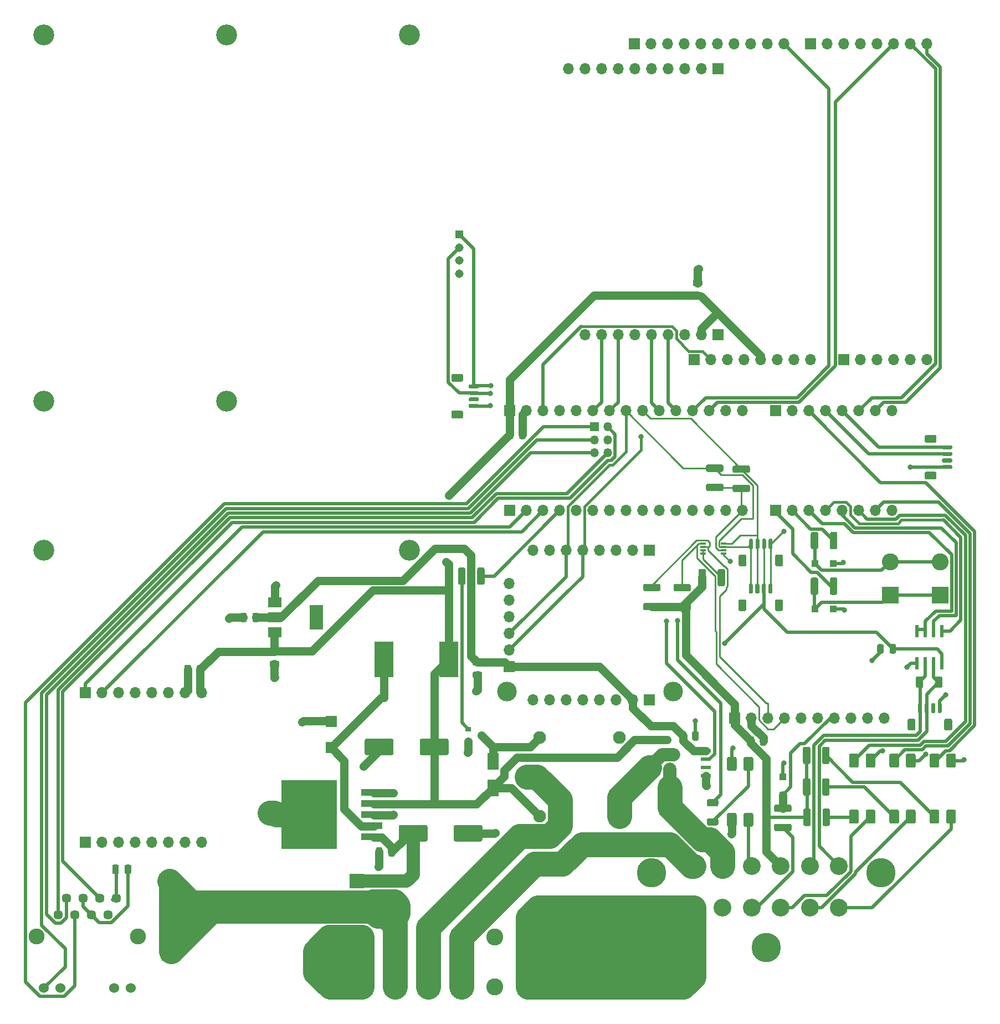
<source format=gbr>
%TF.GenerationSoftware,KiCad,Pcbnew,(5.1.12)-1*%
%TF.CreationDate,2022-02-13T14:46:26-06:00*%
%TF.ProjectId,AS12,41533132-2e6b-4696-9361-645f70636258,rev?*%
%TF.SameCoordinates,Original*%
%TF.FileFunction,Copper,L1,Top*%
%TF.FilePolarity,Positive*%
%FSLAX46Y46*%
G04 Gerber Fmt 4.6, Leading zero omitted, Abs format (unit mm)*
G04 Created by KiCad (PCBNEW (5.1.12)-1) date 2022-02-13 14:46:26*
%MOMM*%
%LPD*%
G01*
G04 APERTURE LIST*
%TA.AperFunction,ComponentPad*%
%ADD10C,1.950000*%
%TD*%
%TA.AperFunction,ComponentPad*%
%ADD11C,2.250000*%
%TD*%
%TA.AperFunction,ComponentPad*%
%ADD12C,3.200000*%
%TD*%
%TA.AperFunction,SMDPad,CuDef*%
%ADD13R,1.800000X1.800000*%
%TD*%
%TA.AperFunction,SMDPad,CuDef*%
%ADD14R,0.530000X1.980000*%
%TD*%
%TA.AperFunction,SMDPad,CuDef*%
%ADD15R,1.800000X2.500000*%
%TD*%
%TA.AperFunction,SMDPad,CuDef*%
%ADD16R,2.000000X1.500000*%
%TD*%
%TA.AperFunction,SMDPad,CuDef*%
%ADD17R,2.000000X3.800000*%
%TD*%
%TA.AperFunction,SMDPad,CuDef*%
%ADD18R,8.460000X10.530000*%
%TD*%
%TA.AperFunction,SMDPad,CuDef*%
%ADD19R,3.210000X1.050000*%
%TD*%
%TA.AperFunction,SMDPad,CuDef*%
%ADD20R,2.900000X5.400000*%
%TD*%
%TA.AperFunction,ComponentPad*%
%ADD21C,2.600000*%
%TD*%
%TA.AperFunction,ComponentPad*%
%ADD22R,2.600000X2.600000*%
%TD*%
%TA.AperFunction,SMDPad,CuDef*%
%ADD23R,1.100000X1.100000*%
%TD*%
%TA.AperFunction,ComponentPad*%
%ADD24O,1.700000X1.700000*%
%TD*%
%TA.AperFunction,ComponentPad*%
%ADD25R,1.700000X1.700000*%
%TD*%
%TA.AperFunction,SMDPad,CuDef*%
%ADD26R,1.550000X0.600000*%
%TD*%
%TA.AperFunction,ComponentPad*%
%ADD27C,2.445000*%
%TD*%
%TA.AperFunction,ComponentPad*%
%ADD28C,1.530000*%
%TD*%
%TA.AperFunction,ComponentPad*%
%ADD29C,1.446000*%
%TD*%
%TA.AperFunction,ComponentPad*%
%ADD30R,2.250000X2.250000*%
%TD*%
%TA.AperFunction,ComponentPad*%
%ADD31C,1.308000*%
%TD*%
%TA.AperFunction,ComponentPad*%
%ADD32R,1.308000X1.308000*%
%TD*%
%TA.AperFunction,ComponentPad*%
%ADD33C,3.000000*%
%TD*%
%TA.AperFunction,SMDPad,CuDef*%
%ADD34R,0.900000X0.800000*%
%TD*%
%TA.AperFunction,ComponentPad*%
%ADD35O,1.350000X1.350000*%
%TD*%
%TA.AperFunction,ComponentPad*%
%ADD36R,1.350000X1.350000*%
%TD*%
%TA.AperFunction,ComponentPad*%
%ADD37C,4.485000*%
%TD*%
%TA.AperFunction,ComponentPad*%
%ADD38C,2.715000*%
%TD*%
%TA.AperFunction,ComponentPad*%
%ADD39R,2.715000X2.715000*%
%TD*%
%TA.AperFunction,SMDPad,CuDef*%
%ADD40R,0.850000X0.300000*%
%TD*%
%TA.AperFunction,ComponentPad*%
%ADD41R,3.000000X3.000000*%
%TD*%
%TA.AperFunction,ViaPad*%
%ADD42C,0.800000*%
%TD*%
%TA.AperFunction,Conductor*%
%ADD43C,0.508000*%
%TD*%
%TA.AperFunction,Conductor*%
%ADD44C,1.270000*%
%TD*%
%TA.AperFunction,Conductor*%
%ADD45C,0.254000*%
%TD*%
%TA.AperFunction,Conductor*%
%ADD46C,3.810000*%
%TD*%
%TA.AperFunction,Conductor*%
%ADD47C,0.431800*%
%TD*%
%TA.AperFunction,Conductor*%
%ADD48C,2.032000*%
%TD*%
G04 APERTURE END LIST*
D10*
%TO.P,K1,5*%
%TO.N,Net-(K1-Pad5)*%
X118628540Y-130497580D03*
%TO.P,K1,4*%
%TO.N,Net-(K1-Pad4)*%
X118628540Y-142497580D03*
%TO.P,K1,3*%
%TO.N,Net-(C10-Pad1)*%
X106428540Y-142497580D03*
D11*
%TO.P,K1,2*%
%TO.N,Net-(K1-Pad2)*%
X104428540Y-136497580D03*
D10*
%TO.P,K1,1*%
%TO.N,Net-(D4-Pad2)*%
X106428540Y-130497580D03*
%TD*%
D12*
%TO.P,REF\u002A\u002A,8*%
%TO.N,N/C*%
X58601220Y-23133960D03*
X58601220Y-79133960D03*
X30601220Y-79133960D03*
X30601220Y-23133960D03*
X86481220Y-23133960D03*
X86481220Y-101873960D03*
X30601220Y-101873960D03*
%TD*%
D13*
%TO.P,D2,2*%
%TO.N,GND*%
X74554080Y-128065780D03*
%TO.P,D2,1*%
%TO.N,Net-(D2-Pad1)*%
X74554080Y-132065780D03*
%TD*%
D14*
%TO.P,U6,8*%
%TO.N,Net-(C1-Pad1)*%
X167918160Y-119186020D03*
%TO.P,U6,7*%
%TO.N,Net-(J25-Pad3)*%
X166648160Y-119186020D03*
%TO.P,U6,6*%
%TO.N,Net-(J25-Pad4)*%
X165378160Y-119186020D03*
%TO.P,U6,5*%
%TO.N,GND*%
X164108160Y-119186020D03*
%TO.P,U6,4*%
%TO.N,Net-(J10-Pad3)*%
X164108160Y-114256020D03*
%TO.P,U6,3*%
X165378160Y-114256020D03*
%TO.P,U6,2*%
%TO.N,Net-(J10-Pad5)*%
X166648160Y-114256020D03*
%TO.P,U6,1*%
%TO.N,Net-(J10-Pad4)*%
X167918160Y-114256020D03*
%TD*%
%TO.P,C6,2*%
%TO.N,GND*%
%TA.AperFunction,SMDPad,CuDef*%
G36*
G01*
X65417680Y-118786060D02*
X66367680Y-118786060D01*
G75*
G02*
X66617680Y-119036060I0J-250000D01*
G01*
X66617680Y-119536060D01*
G75*
G02*
X66367680Y-119786060I-250000J0D01*
G01*
X65417680Y-119786060D01*
G75*
G02*
X65167680Y-119536060I0J250000D01*
G01*
X65167680Y-119036060D01*
G75*
G02*
X65417680Y-118786060I250000J0D01*
G01*
G37*
%TD.AperFunction*%
%TO.P,C6,1*%
%TO.N,Net-(C10-Pad1)*%
%TA.AperFunction,SMDPad,CuDef*%
G36*
G01*
X65417680Y-116886060D02*
X66367680Y-116886060D01*
G75*
G02*
X66617680Y-117136060I0J-250000D01*
G01*
X66617680Y-117636060D01*
G75*
G02*
X66367680Y-117886060I-250000J0D01*
G01*
X65417680Y-117886060D01*
G75*
G02*
X65167680Y-117636060I0J250000D01*
G01*
X65167680Y-117136060D01*
G75*
G02*
X65417680Y-116886060I250000J0D01*
G01*
G37*
%TD.AperFunction*%
%TD*%
%TO.P,J25,MP*%
%TO.N,N/C*%
%TA.AperFunction,SMDPad,CuDef*%
G36*
G01*
X163852500Y-127892899D02*
X163852500Y-129192901D01*
G75*
G02*
X163602501Y-129442900I-249999J0D01*
G01*
X162902499Y-129442900D01*
G75*
G02*
X162652500Y-129192901I0J249999D01*
G01*
X162652500Y-127892899D01*
G75*
G02*
X162902499Y-127642900I249999J0D01*
G01*
X163602501Y-127642900D01*
G75*
G02*
X163852500Y-127892899I0J-249999D01*
G01*
G37*
%TD.AperFunction*%
%TA.AperFunction,SMDPad,CuDef*%
G36*
G01*
X169452500Y-127892899D02*
X169452500Y-129192901D01*
G75*
G02*
X169202501Y-129442900I-249999J0D01*
G01*
X168502499Y-129442900D01*
G75*
G02*
X168252500Y-129192901I0J249999D01*
G01*
X168252500Y-127892899D01*
G75*
G02*
X168502499Y-127642900I249999J0D01*
G01*
X169202501Y-127642900D01*
G75*
G02*
X169452500Y-127892899I0J-249999D01*
G01*
G37*
%TD.AperFunction*%
%TO.P,J25,4*%
%TO.N,Net-(J25-Pad4)*%
%TA.AperFunction,SMDPad,CuDef*%
G36*
G01*
X164852500Y-125392900D02*
X164852500Y-126642900D01*
G75*
G02*
X164702500Y-126792900I-150000J0D01*
G01*
X164402500Y-126792900D01*
G75*
G02*
X164252500Y-126642900I0J150000D01*
G01*
X164252500Y-125392900D01*
G75*
G02*
X164402500Y-125242900I150000J0D01*
G01*
X164702500Y-125242900D01*
G75*
G02*
X164852500Y-125392900I0J-150000D01*
G01*
G37*
%TD.AperFunction*%
%TO.P,J25,3*%
%TO.N,Net-(J25-Pad3)*%
%TA.AperFunction,SMDPad,CuDef*%
G36*
G01*
X165852500Y-125392900D02*
X165852500Y-126642900D01*
G75*
G02*
X165702500Y-126792900I-150000J0D01*
G01*
X165402500Y-126792900D01*
G75*
G02*
X165252500Y-126642900I0J150000D01*
G01*
X165252500Y-125392900D01*
G75*
G02*
X165402500Y-125242900I150000J0D01*
G01*
X165702500Y-125242900D01*
G75*
G02*
X165852500Y-125392900I0J-150000D01*
G01*
G37*
%TD.AperFunction*%
%TO.P,J25,2*%
%TO.N,Net-(J25-Pad2)*%
%TA.AperFunction,SMDPad,CuDef*%
G36*
G01*
X166852500Y-125392900D02*
X166852500Y-126642900D01*
G75*
G02*
X166702500Y-126792900I-150000J0D01*
G01*
X166402500Y-126792900D01*
G75*
G02*
X166252500Y-126642900I0J150000D01*
G01*
X166252500Y-125392900D01*
G75*
G02*
X166402500Y-125242900I150000J0D01*
G01*
X166702500Y-125242900D01*
G75*
G02*
X166852500Y-125392900I0J-150000D01*
G01*
G37*
%TD.AperFunction*%
%TO.P,J25,1*%
%TO.N,GND*%
%TA.AperFunction,SMDPad,CuDef*%
G36*
G01*
X167852500Y-125392900D02*
X167852500Y-126642900D01*
G75*
G02*
X167702500Y-126792900I-150000J0D01*
G01*
X167402500Y-126792900D01*
G75*
G02*
X167252500Y-126642900I0J150000D01*
G01*
X167252500Y-125392900D01*
G75*
G02*
X167402500Y-125242900I150000J0D01*
G01*
X167702500Y-125242900D01*
G75*
G02*
X167852500Y-125392900I0J-150000D01*
G01*
G37*
%TD.AperFunction*%
%TD*%
D15*
%TO.P,D4,2*%
%TO.N,Net-(D4-Pad2)*%
X99260660Y-134184640D03*
%TO.P,D4,1*%
%TO.N,Net-(C10-Pad1)*%
X99260660Y-138184640D03*
%TD*%
D16*
%TO.P,IC3,1*%
%TO.N,GND*%
X65960860Y-109830840D03*
%TO.P,IC3,3*%
%TO.N,Net-(C10-Pad1)*%
X65960860Y-114430840D03*
%TO.P,IC3,2*%
%TO.N,Net-(C1-Pad1)*%
X65960860Y-112130840D03*
D17*
%TO.P,IC3,4*%
%TO.N,Net-(IC3-Pad4)*%
X72260860Y-112130840D03*
%TD*%
D18*
%TO.P,IC2,6*%
%TO.N,GND*%
X71153140Y-142298420D03*
D19*
%TO.P,IC2,5*%
X80783140Y-138898420D03*
%TO.P,IC2,4*%
%TO.N,Net-(C10-Pad1)*%
X80783140Y-140598420D03*
%TO.P,IC2,3*%
%TO.N,GND*%
X80783140Y-142298420D03*
%TO.P,IC2,2*%
%TO.N,Net-(D2-Pad1)*%
X80783140Y-143998420D03*
%TO.P,IC2,1*%
%TO.N,Net-(C2-Pad1)*%
X80783140Y-145698420D03*
%TD*%
%TO.P,C2,2*%
%TO.N,GND*%
%TA.AperFunction,SMDPad,CuDef*%
G36*
G01*
X82394640Y-147520640D02*
X82394640Y-148470640D01*
G75*
G02*
X82144640Y-148720640I-250000J0D01*
G01*
X81644640Y-148720640D01*
G75*
G02*
X81394640Y-148470640I0J250000D01*
G01*
X81394640Y-147520640D01*
G75*
G02*
X81644640Y-147270640I250000J0D01*
G01*
X82144640Y-147270640D01*
G75*
G02*
X82394640Y-147520640I0J-250000D01*
G01*
G37*
%TD.AperFunction*%
%TO.P,C2,1*%
%TO.N,Net-(C2-Pad1)*%
%TA.AperFunction,SMDPad,CuDef*%
G36*
G01*
X84294640Y-147520640D02*
X84294640Y-148470640D01*
G75*
G02*
X84044640Y-148720640I-250000J0D01*
G01*
X83544640Y-148720640D01*
G75*
G02*
X83294640Y-148470640I0J250000D01*
G01*
X83294640Y-147520640D01*
G75*
G02*
X83544640Y-147270640I250000J0D01*
G01*
X84044640Y-147270640D01*
G75*
G02*
X84294640Y-147520640I0J-250000D01*
G01*
G37*
%TD.AperFunction*%
%TD*%
D20*
%TO.P,L1,2*%
%TO.N,Net-(C10-Pad1)*%
X92498720Y-118574820D03*
%TO.P,L1,1*%
%TO.N,Net-(D2-Pad1)*%
X82598720Y-118574820D03*
%TD*%
%TO.P,C10,2*%
%TO.N,GND*%
%TA.AperFunction,SMDPad,CuDef*%
G36*
G01*
X84093300Y-130942840D02*
X84093300Y-132942840D01*
G75*
G02*
X83843300Y-133192840I-250000J0D01*
G01*
X79943300Y-133192840D01*
G75*
G02*
X79693300Y-132942840I0J250000D01*
G01*
X79693300Y-130942840D01*
G75*
G02*
X79943300Y-130692840I250000J0D01*
G01*
X83843300Y-130692840D01*
G75*
G02*
X84093300Y-130942840I0J-250000D01*
G01*
G37*
%TD.AperFunction*%
%TO.P,C10,1*%
%TO.N,Net-(C10-Pad1)*%
%TA.AperFunction,SMDPad,CuDef*%
G36*
G01*
X92493300Y-130942840D02*
X92493300Y-132942840D01*
G75*
G02*
X92243300Y-133192840I-250000J0D01*
G01*
X88343300Y-133192840D01*
G75*
G02*
X88093300Y-132942840I0J250000D01*
G01*
X88093300Y-130942840D01*
G75*
G02*
X88343300Y-130692840I250000J0D01*
G01*
X92243300Y-130692840D01*
G75*
G02*
X92493300Y-130942840I0J-250000D01*
G01*
G37*
%TD.AperFunction*%
%TD*%
%TO.P,C9,2*%
%TO.N,GND*%
%TA.AperFunction,SMDPad,CuDef*%
G36*
G01*
X93269820Y-146143220D02*
X93269820Y-144143220D01*
G75*
G02*
X93519820Y-143893220I250000J0D01*
G01*
X97419820Y-143893220D01*
G75*
G02*
X97669820Y-144143220I0J-250000D01*
G01*
X97669820Y-146143220D01*
G75*
G02*
X97419820Y-146393220I-250000J0D01*
G01*
X93519820Y-146393220D01*
G75*
G02*
X93269820Y-146143220I0J250000D01*
G01*
G37*
%TD.AperFunction*%
%TO.P,C9,1*%
%TO.N,Net-(C2-Pad1)*%
%TA.AperFunction,SMDPad,CuDef*%
G36*
G01*
X84869820Y-146143220D02*
X84869820Y-144143220D01*
G75*
G02*
X85119820Y-143893220I250000J0D01*
G01*
X89019820Y-143893220D01*
G75*
G02*
X89269820Y-144143220I0J-250000D01*
G01*
X89269820Y-146143220D01*
G75*
G02*
X89019820Y-146393220I-250000J0D01*
G01*
X85119820Y-146393220D01*
G75*
G02*
X84869820Y-146143220I0J250000D01*
G01*
G37*
%TD.AperFunction*%
%TD*%
%TO.P,R14,2*%
%TO.N,Net-(J10-Pad2)*%
%TA.AperFunction,SMDPad,CuDef*%
G36*
G01*
X150775240Y-101493901D02*
X150775240Y-99343899D01*
G75*
G02*
X151025239Y-99093900I249999J0D01*
G01*
X151650241Y-99093900D01*
G75*
G02*
X151900240Y-99343899I0J-249999D01*
G01*
X151900240Y-101493901D01*
G75*
G02*
X151650241Y-101743900I-249999J0D01*
G01*
X151025239Y-101743900D01*
G75*
G02*
X150775240Y-101493901I0J249999D01*
G01*
G37*
%TD.AperFunction*%
%TO.P,R14,1*%
%TO.N,Net-(D5-Pad1)*%
%TA.AperFunction,SMDPad,CuDef*%
G36*
G01*
X147850240Y-101493901D02*
X147850240Y-99343899D01*
G75*
G02*
X148100239Y-99093900I249999J0D01*
G01*
X148725241Y-99093900D01*
G75*
G02*
X148975240Y-99343899I0J-249999D01*
G01*
X148975240Y-101493901D01*
G75*
G02*
X148725241Y-101743900I-249999J0D01*
G01*
X148100239Y-101743900D01*
G75*
G02*
X147850240Y-101493901I0J249999D01*
G01*
G37*
%TD.AperFunction*%
%TD*%
%TO.P,R13,2*%
%TO.N,Net-(J10-Pad1)*%
%TA.AperFunction,SMDPad,CuDef*%
G36*
G01*
X150775240Y-108465353D02*
X150775240Y-106315351D01*
G75*
G02*
X151025239Y-106065352I249999J0D01*
G01*
X151650241Y-106065352D01*
G75*
G02*
X151900240Y-106315351I0J-249999D01*
G01*
X151900240Y-108465353D01*
G75*
G02*
X151650241Y-108715352I-249999J0D01*
G01*
X151025239Y-108715352D01*
G75*
G02*
X150775240Y-108465353I0J249999D01*
G01*
G37*
%TD.AperFunction*%
%TO.P,R13,1*%
%TO.N,Net-(D6-Pad1)*%
%TA.AperFunction,SMDPad,CuDef*%
G36*
G01*
X147850240Y-108465353D02*
X147850240Y-106315351D01*
G75*
G02*
X148100239Y-106065352I249999J0D01*
G01*
X148725241Y-106065352D01*
G75*
G02*
X148975240Y-106315351I0J-249999D01*
G01*
X148975240Y-108465353D01*
G75*
G02*
X148725241Y-108715352I-249999J0D01*
G01*
X148100239Y-108715352D01*
G75*
G02*
X147850240Y-108465353I0J249999D01*
G01*
G37*
%TD.AperFunction*%
%TD*%
D21*
%TO.P,KF2,2*%
%TO.N,Net-(D5-Pad1)*%
X159990660Y-103659940D03*
X167610660Y-103659940D03*
D22*
%TO.P,KF2,1*%
%TO.N,Net-(D6-Pad1)*%
X159990660Y-108739940D03*
X167610660Y-108739940D03*
%TD*%
D23*
%TO.P,D6,2*%
%TO.N,GND*%
X151292740Y-110876080D03*
%TO.P,D6,1*%
%TO.N,Net-(D6-Pad1)*%
X148492740Y-110876080D03*
%TD*%
%TO.P,D5,2*%
%TO.N,GND*%
X151292740Y-103904626D03*
%TO.P,D5,1*%
%TO.N,Net-(D5-Pad1)*%
X148492740Y-103904626D03*
%TD*%
%TO.P,R12,2*%
%TO.N,Net-(R12-Pad2)*%
%TA.AperFunction,SMDPad,CuDef*%
G36*
G01*
X132222079Y-142837740D02*
X133472081Y-142837740D01*
G75*
G02*
X133722080Y-143087739I0J-249999D01*
G01*
X133722080Y-143712741D01*
G75*
G02*
X133472081Y-143962740I-249999J0D01*
G01*
X132222079Y-143962740D01*
G75*
G02*
X131972080Y-143712741I0J249999D01*
G01*
X131972080Y-143087739D01*
G75*
G02*
X132222079Y-142837740I249999J0D01*
G01*
G37*
%TD.AperFunction*%
%TO.P,R12,1*%
%TO.N,Net-(J9-Pad13)*%
%TA.AperFunction,SMDPad,CuDef*%
G36*
G01*
X132222079Y-139912740D02*
X133472081Y-139912740D01*
G75*
G02*
X133722080Y-140162739I0J-249999D01*
G01*
X133722080Y-140787741D01*
G75*
G02*
X133472081Y-141037740I-249999J0D01*
G01*
X132222079Y-141037740D01*
G75*
G02*
X131972080Y-140787741I0J249999D01*
G01*
X131972080Y-140162739D01*
G75*
G02*
X132222079Y-139912740I249999J0D01*
G01*
G37*
%TD.AperFunction*%
%TD*%
%TO.P,R11,2*%
%TO.N,Net-(J25-Pad4)*%
%TA.AperFunction,SMDPad,CuDef*%
G36*
G01*
X165038200Y-121432159D02*
X165038200Y-122682161D01*
G75*
G02*
X164788201Y-122932160I-249999J0D01*
G01*
X164163199Y-122932160D01*
G75*
G02*
X163913200Y-122682161I0J249999D01*
G01*
X163913200Y-121432159D01*
G75*
G02*
X164163199Y-121182160I249999J0D01*
G01*
X164788201Y-121182160D01*
G75*
G02*
X165038200Y-121432159I0J-249999D01*
G01*
G37*
%TD.AperFunction*%
%TO.P,R11,1*%
%TO.N,Net-(J25-Pad3)*%
%TA.AperFunction,SMDPad,CuDef*%
G36*
G01*
X167963200Y-121432159D02*
X167963200Y-122682161D01*
G75*
G02*
X167713201Y-122932160I-249999J0D01*
G01*
X167088199Y-122932160D01*
G75*
G02*
X166838200Y-122682161I0J249999D01*
G01*
X166838200Y-121432159D01*
G75*
G02*
X167088199Y-121182160I249999J0D01*
G01*
X167713201Y-121182160D01*
G75*
G02*
X167963200Y-121432159I0J-249999D01*
G01*
G37*
%TD.AperFunction*%
%TD*%
%TO.P,U7,4*%
%TO.N,Net-(J3-Pad3)*%
%TA.AperFunction,SMDPad,CuDef*%
G36*
G01*
X137847180Y-142023000D02*
X138794380Y-142023000D01*
G75*
G02*
X139060780Y-142289400I0J-266400D01*
G01*
X139060780Y-143906600D01*
G75*
G02*
X138794380Y-144173000I-266400J0D01*
G01*
X137847180Y-144173000D01*
G75*
G02*
X137580780Y-143906600I0J266400D01*
G01*
X137580780Y-142289400D01*
G75*
G02*
X137847180Y-142023000I266400J0D01*
G01*
G37*
%TD.AperFunction*%
%TO.P,U7,3*%
%TO.N,GND*%
%TA.AperFunction,SMDPad,CuDef*%
G36*
G01*
X135307180Y-142023000D02*
X136254380Y-142023000D01*
G75*
G02*
X136520780Y-142289400I0J-266400D01*
G01*
X136520780Y-143906600D01*
G75*
G02*
X136254380Y-144173000I-266400J0D01*
G01*
X135307180Y-144173000D01*
G75*
G02*
X135040780Y-143906600I0J266400D01*
G01*
X135040780Y-142289400D01*
G75*
G02*
X135307180Y-142023000I266400J0D01*
G01*
G37*
%TD.AperFunction*%
%TO.P,U7,2*%
%TA.AperFunction,SMDPad,CuDef*%
G36*
G01*
X135307180Y-133463000D02*
X136254380Y-133463000D01*
G75*
G02*
X136520780Y-133729400I0J-266400D01*
G01*
X136520780Y-135346600D01*
G75*
G02*
X136254380Y-135613000I-266400J0D01*
G01*
X135307180Y-135613000D01*
G75*
G02*
X135040780Y-135346600I0J266400D01*
G01*
X135040780Y-133729400D01*
G75*
G02*
X135307180Y-133463000I266400J0D01*
G01*
G37*
%TD.AperFunction*%
%TO.P,U7,1*%
%TO.N,Net-(R12-Pad2)*%
%TA.AperFunction,SMDPad,CuDef*%
G36*
G01*
X137847180Y-133463000D02*
X138794380Y-133463000D01*
G75*
G02*
X139060780Y-133729400I0J-266400D01*
G01*
X139060780Y-135346600D01*
G75*
G02*
X138794380Y-135613000I-266400J0D01*
G01*
X137847180Y-135613000D01*
G75*
G02*
X137580780Y-135346600I0J266400D01*
G01*
X137580780Y-133729400D01*
G75*
G02*
X137847180Y-133463000I266400J0D01*
G01*
G37*
%TD.AperFunction*%
%TD*%
%TO.P,R10,2*%
%TO.N,Net-(J9-Pad4)*%
%TA.AperFunction,SMDPad,CuDef*%
G36*
G01*
X96878980Y-106929503D02*
X96878980Y-104779497D01*
G75*
G02*
X97128977Y-104529500I249997J0D01*
G01*
X97753983Y-104529500D01*
G75*
G02*
X98003980Y-104779497I0J-249997D01*
G01*
X98003980Y-106929503D01*
G75*
G02*
X97753983Y-107179500I-249997J0D01*
G01*
X97128977Y-107179500D01*
G75*
G02*
X96878980Y-106929503I0J249997D01*
G01*
G37*
%TD.AperFunction*%
%TO.P,R10,1*%
%TO.N,Net-(Q1-Pad1)*%
%TA.AperFunction,SMDPad,CuDef*%
G36*
G01*
X93953980Y-106929503D02*
X93953980Y-104779497D01*
G75*
G02*
X94203977Y-104529500I249997J0D01*
G01*
X94828983Y-104529500D01*
G75*
G02*
X95078980Y-104779497I0J-249997D01*
G01*
X95078980Y-106929503D01*
G75*
G02*
X94828983Y-107179500I-249997J0D01*
G01*
X94203977Y-107179500D01*
G75*
G02*
X93953980Y-106929503I0J249997D01*
G01*
G37*
%TD.AperFunction*%
%TD*%
%TO.P,C5,2*%
%TO.N,GND*%
%TA.AperFunction,SMDPad,CuDef*%
G36*
G01*
X129733460Y-130736360D02*
X129733460Y-129786360D01*
G75*
G02*
X129983460Y-129536360I250000J0D01*
G01*
X130483460Y-129536360D01*
G75*
G02*
X130733460Y-129786360I0J-250000D01*
G01*
X130733460Y-130736360D01*
G75*
G02*
X130483460Y-130986360I-250000J0D01*
G01*
X129983460Y-130986360D01*
G75*
G02*
X129733460Y-130736360I0J250000D01*
G01*
G37*
%TD.AperFunction*%
%TO.P,C5,1*%
%TO.N,Net-(C1-Pad1)*%
%TA.AperFunction,SMDPad,CuDef*%
G36*
G01*
X127833460Y-130736360D02*
X127833460Y-129786360D01*
G75*
G02*
X128083460Y-129536360I250000J0D01*
G01*
X128583460Y-129536360D01*
G75*
G02*
X128833460Y-129786360I0J-250000D01*
G01*
X128833460Y-130736360D01*
G75*
G02*
X128583460Y-130986360I-250000J0D01*
G01*
X128083460Y-130986360D01*
G75*
G02*
X127833460Y-130736360I0J250000D01*
G01*
G37*
%TD.AperFunction*%
%TD*%
D24*
%TO.P,J24,8*%
%TO.N,Net-(C10-Pad1)*%
X54795000Y-123679400D03*
%TO.P,J24,7*%
%TO.N,GND*%
X52255000Y-123679400D03*
%TO.P,J24,6*%
%TO.N,Net-(J24-Pad6)*%
X49715000Y-123679400D03*
%TO.P,J24,5*%
%TO.N,Net-(J24-Pad5)*%
X47175000Y-123679400D03*
%TO.P,J24,4*%
%TO.N,Net-(J24-Pad4)*%
X44635000Y-123679400D03*
%TO.P,J24,3*%
%TO.N,Net-(J24-Pad3)*%
X42095000Y-123679400D03*
%TO.P,J24,2*%
%TO.N,Net-(J24-Pad2)*%
X39555000Y-123679400D03*
D25*
%TO.P,J24,1*%
%TO.N,Net-(J24-Pad1)*%
X37015000Y-123679400D03*
%TD*%
D24*
%TO.P,J2,8*%
%TO.N,Net-(J2-Pad8)*%
X54795000Y-146539400D03*
%TO.P,J2,7*%
%TO.N,Net-(J2-Pad7)*%
X52255000Y-146539400D03*
%TO.P,J2,6*%
%TO.N,Net-(J2-Pad6)*%
X49715000Y-146539400D03*
%TO.P,J2,5*%
%TO.N,Net-(J2-Pad5)*%
X47175000Y-146539400D03*
%TO.P,J2,4*%
%TO.N,Net-(J2-Pad4)*%
X44635000Y-146539400D03*
%TO.P,J2,3*%
%TO.N,Net-(J2-Pad3)*%
X42095000Y-146539400D03*
%TO.P,J2,2*%
%TO.N,Net-(J2-Pad2)*%
X39555000Y-146539400D03*
D25*
%TO.P,J2,1*%
%TO.N,Net-(J2-Pad1)*%
X37015000Y-146539400D03*
%TD*%
%TO.P,C13,2*%
%TO.N,GND*%
%TA.AperFunction,SMDPad,CuDef*%
G36*
G01*
X53136380Y-119651760D02*
X53136380Y-120601760D01*
G75*
G02*
X52886380Y-120851760I-250000J0D01*
G01*
X52386380Y-120851760D01*
G75*
G02*
X52136380Y-120601760I0J250000D01*
G01*
X52136380Y-119651760D01*
G75*
G02*
X52386380Y-119401760I250000J0D01*
G01*
X52886380Y-119401760D01*
G75*
G02*
X53136380Y-119651760I0J-250000D01*
G01*
G37*
%TD.AperFunction*%
%TO.P,C13,1*%
%TO.N,Net-(C10-Pad1)*%
%TA.AperFunction,SMDPad,CuDef*%
G36*
G01*
X55036380Y-119651760D02*
X55036380Y-120601760D01*
G75*
G02*
X54786380Y-120851760I-250000J0D01*
G01*
X54286380Y-120851760D01*
G75*
G02*
X54036380Y-120601760I0J250000D01*
G01*
X54036380Y-119651760D01*
G75*
G02*
X54286380Y-119401760I250000J0D01*
G01*
X54786380Y-119401760D01*
G75*
G02*
X55036380Y-119651760I0J-250000D01*
G01*
G37*
%TD.AperFunction*%
%TD*%
D26*
%TO.P,U4,5*%
%TO.N,GND*%
X131843760Y-136382760D03*
%TO.P,U4,6*%
%TO.N,Net-(U4-Pad6)*%
X131843760Y-135112760D03*
%TO.P,U4,8*%
%TO.N,Net-(C1-Pad1)*%
X131843760Y-132572760D03*
%TO.P,U4,4*%
%TO.N,Net-(J3-Pad2)*%
X126443760Y-136382760D03*
%TO.P,U4,3*%
X126443760Y-135112760D03*
%TO.P,U4,1*%
%TO.N,Net-(K1-Pad4)*%
X126443760Y-132572760D03*
%TO.P,U4,7*%
%TO.N,Net-(J9-Pad12)*%
X131843760Y-133842760D03*
%TO.P,U4,2*%
%TO.N,Net-(K1-Pad4)*%
X126443760Y-133842760D03*
%TD*%
%TO.P,U2,4*%
%TO.N,Net-(J10-Pad7)*%
%TA.AperFunction,SMDPad,CuDef*%
G36*
G01*
X161065600Y-135113000D02*
X160118400Y-135113000D01*
G75*
G02*
X159852000Y-134846600I0J266400D01*
G01*
X159852000Y-133229400D01*
G75*
G02*
X160118400Y-132963000I266400J0D01*
G01*
X161065600Y-132963000D01*
G75*
G02*
X161332000Y-133229400I0J-266400D01*
G01*
X161332000Y-134846600D01*
G75*
G02*
X161065600Y-135113000I-266400J0D01*
G01*
G37*
%TD.AperFunction*%
%TO.P,U2,3*%
%TO.N,GND*%
%TA.AperFunction,SMDPad,CuDef*%
G36*
G01*
X163605600Y-135113000D02*
X162658400Y-135113000D01*
G75*
G02*
X162392000Y-134846600I0J266400D01*
G01*
X162392000Y-133229400D01*
G75*
G02*
X162658400Y-132963000I266400J0D01*
G01*
X163605600Y-132963000D01*
G75*
G02*
X163872000Y-133229400I0J-266400D01*
G01*
X163872000Y-134846600D01*
G75*
G02*
X163605600Y-135113000I-266400J0D01*
G01*
G37*
%TD.AperFunction*%
%TO.P,U2,2*%
%TO.N,Net-(J3-Pad8)*%
%TA.AperFunction,SMDPad,CuDef*%
G36*
G01*
X163605600Y-143673000D02*
X162658400Y-143673000D01*
G75*
G02*
X162392000Y-143406600I0J266400D01*
G01*
X162392000Y-141789400D01*
G75*
G02*
X162658400Y-141523000I266400J0D01*
G01*
X163605600Y-141523000D01*
G75*
G02*
X163872000Y-141789400I0J-266400D01*
G01*
X163872000Y-143406600D01*
G75*
G02*
X163605600Y-143673000I-266400J0D01*
G01*
G37*
%TD.AperFunction*%
%TO.P,U2,1*%
%TO.N,Net-(R2-Pad2)*%
%TA.AperFunction,SMDPad,CuDef*%
G36*
G01*
X161065600Y-143673000D02*
X160118400Y-143673000D01*
G75*
G02*
X159852000Y-143406600I0J266400D01*
G01*
X159852000Y-141789400D01*
G75*
G02*
X160118400Y-141523000I266400J0D01*
G01*
X161065600Y-141523000D01*
G75*
G02*
X161332000Y-141789400I0J-266400D01*
G01*
X161332000Y-143406600D01*
G75*
G02*
X161065600Y-143673000I-266400J0D01*
G01*
G37*
%TD.AperFunction*%
%TD*%
%TO.P,U1,4*%
%TO.N,Net-(J10-Pad6)*%
%TA.AperFunction,SMDPad,CuDef*%
G36*
G01*
X154915600Y-135113000D02*
X153968400Y-135113000D01*
G75*
G02*
X153702000Y-134846600I0J266400D01*
G01*
X153702000Y-133229400D01*
G75*
G02*
X153968400Y-132963000I266400J0D01*
G01*
X154915600Y-132963000D01*
G75*
G02*
X155182000Y-133229400I0J-266400D01*
G01*
X155182000Y-134846600D01*
G75*
G02*
X154915600Y-135113000I-266400J0D01*
G01*
G37*
%TD.AperFunction*%
%TO.P,U1,3*%
%TO.N,GND*%
%TA.AperFunction,SMDPad,CuDef*%
G36*
G01*
X157455600Y-135113000D02*
X156508400Y-135113000D01*
G75*
G02*
X156242000Y-134846600I0J266400D01*
G01*
X156242000Y-133229400D01*
G75*
G02*
X156508400Y-132963000I266400J0D01*
G01*
X157455600Y-132963000D01*
G75*
G02*
X157722000Y-133229400I0J-266400D01*
G01*
X157722000Y-134846600D01*
G75*
G02*
X157455600Y-135113000I-266400J0D01*
G01*
G37*
%TD.AperFunction*%
%TO.P,U1,2*%
%TO.N,Net-(J3-Pad9)*%
%TA.AperFunction,SMDPad,CuDef*%
G36*
G01*
X157455600Y-143673000D02*
X156508400Y-143673000D01*
G75*
G02*
X156242000Y-143406600I0J266400D01*
G01*
X156242000Y-141789400D01*
G75*
G02*
X156508400Y-141523000I266400J0D01*
G01*
X157455600Y-141523000D01*
G75*
G02*
X157722000Y-141789400I0J-266400D01*
G01*
X157722000Y-143406600D01*
G75*
G02*
X157455600Y-143673000I-266400J0D01*
G01*
G37*
%TD.AperFunction*%
%TO.P,U1,1*%
%TO.N,Net-(R1-Pad2)*%
%TA.AperFunction,SMDPad,CuDef*%
G36*
G01*
X154915600Y-143673000D02*
X153968400Y-143673000D01*
G75*
G02*
X153702000Y-143406600I0J266400D01*
G01*
X153702000Y-141789400D01*
G75*
G02*
X153968400Y-141523000I266400J0D01*
G01*
X154915600Y-141523000D01*
G75*
G02*
X155182000Y-141789400I0J-266400D01*
G01*
X155182000Y-143406600D01*
G75*
G02*
X154915600Y-143673000I-266400J0D01*
G01*
G37*
%TD.AperFunction*%
%TD*%
D27*
%TO.P,J12,MH2*%
%TO.N,N/C*%
X45006800Y-160873980D03*
%TO.P,J12,MH1*%
X29516800Y-160873980D03*
D28*
%TO.P,J12,12*%
%TO.N,Net-(J12-Pad12)*%
X43886800Y-168823980D03*
%TO.P,J12,11*%
%TO.N,Net-(J12-Pad11)*%
X41346800Y-168823980D03*
%TO.P,J12,10*%
%TO.N,GND*%
X33176800Y-168823980D03*
%TO.P,J12,9*%
%TO.N,Net-(J11-Pad3)*%
X30636800Y-168823980D03*
D29*
%TO.P,J12,8*%
%TO.N,GND*%
X41706800Y-155033980D03*
%TO.P,J12,7*%
%TO.N,Net-(J12-Pad7)*%
X40436800Y-157573980D03*
%TO.P,J12,6*%
%TO.N,Net-(J11-Pad2)*%
X39166800Y-155033980D03*
%TO.P,J12,5*%
%TO.N,Net-(C8-Pad1)*%
X37896800Y-157573980D03*
%TO.P,J12,4*%
X36626800Y-155033980D03*
%TO.P,J12,3*%
%TO.N,Net-(J11-Pad1)*%
X35356800Y-157573980D03*
%TO.P,J12,2*%
%TO.N,Net-(J11-Pad5)*%
X34086800Y-155033980D03*
%TO.P,J12,1*%
%TO.N,Net-(J11-Pad6)*%
X32816800Y-157573980D03*
%TD*%
D21*
%TO.P,KF1,6*%
%TO.N,Net-(J3-Pad12)*%
X104622600Y-161034600D03*
X104622600Y-168654600D03*
%TO.P,KF1,5*%
%TO.N,GND*%
X99542600Y-161034600D03*
X99542600Y-168654600D03*
%TO.P,KF1,4*%
%TO.N,Net-(J3-Pad1)*%
X94462600Y-161034600D03*
X94462600Y-168654600D03*
%TO.P,KF1,3*%
%TO.N,Net-(K1-Pad2)*%
X89382600Y-161034600D03*
X89382600Y-168654600D03*
%TO.P,KF1,2*%
%TO.N,Net-(D3-Pad2)*%
X84302600Y-161034600D03*
X84302600Y-168654600D03*
D22*
%TO.P,KF1,1*%
%TO.N,Net-(F1-Pad2)*%
X79222600Y-161034600D03*
X79222600Y-168654600D03*
%TD*%
D11*
%TO.P,D3,2*%
%TO.N,Net-(D3-Pad2)*%
X49893620Y-152481280D03*
D30*
%TO.P,D3,1*%
%TO.N,Net-(C2-Pad1)*%
X78493620Y-152481280D03*
%TD*%
%TO.P,J15,MP*%
%TO.N,N/C*%
%TA.AperFunction,SMDPad,CuDef*%
G36*
G01*
X166810601Y-85480800D02*
X165510599Y-85480800D01*
G75*
G02*
X165260600Y-85230801I0J249999D01*
G01*
X165260600Y-84530799D01*
G75*
G02*
X165510599Y-84280800I249999J0D01*
G01*
X166810601Y-84280800D01*
G75*
G02*
X167060600Y-84530799I0J-249999D01*
G01*
X167060600Y-85230801D01*
G75*
G02*
X166810601Y-85480800I-249999J0D01*
G01*
G37*
%TD.AperFunction*%
%TA.AperFunction,SMDPad,CuDef*%
G36*
G01*
X166810601Y-91080800D02*
X165510599Y-91080800D01*
G75*
G02*
X165260600Y-90830801I0J249999D01*
G01*
X165260600Y-90130799D01*
G75*
G02*
X165510599Y-89880800I249999J0D01*
G01*
X166810601Y-89880800D01*
G75*
G02*
X167060600Y-90130799I0J-249999D01*
G01*
X167060600Y-90830801D01*
G75*
G02*
X166810601Y-91080800I-249999J0D01*
G01*
G37*
%TD.AperFunction*%
%TO.P,J15,4*%
%TO.N,Net-(J14-Pad5)*%
%TA.AperFunction,SMDPad,CuDef*%
G36*
G01*
X169310600Y-86480800D02*
X168060600Y-86480800D01*
G75*
G02*
X167910600Y-86330800I0J150000D01*
G01*
X167910600Y-86030800D01*
G75*
G02*
X168060600Y-85880800I150000J0D01*
G01*
X169310600Y-85880800D01*
G75*
G02*
X169460600Y-86030800I0J-150000D01*
G01*
X169460600Y-86330800D01*
G75*
G02*
X169310600Y-86480800I-150000J0D01*
G01*
G37*
%TD.AperFunction*%
%TO.P,J15,3*%
%TO.N,Net-(J14-Pad4)*%
%TA.AperFunction,SMDPad,CuDef*%
G36*
G01*
X169310600Y-87480800D02*
X168060600Y-87480800D01*
G75*
G02*
X167910600Y-87330800I0J150000D01*
G01*
X167910600Y-87030800D01*
G75*
G02*
X168060600Y-86880800I150000J0D01*
G01*
X169310600Y-86880800D01*
G75*
G02*
X169460600Y-87030800I0J-150000D01*
G01*
X169460600Y-87330800D01*
G75*
G02*
X169310600Y-87480800I-150000J0D01*
G01*
G37*
%TD.AperFunction*%
%TO.P,J15,2*%
%TO.N,Net-(J15-Pad2)*%
%TA.AperFunction,SMDPad,CuDef*%
G36*
G01*
X169310600Y-88480800D02*
X168060600Y-88480800D01*
G75*
G02*
X167910600Y-88330800I0J150000D01*
G01*
X167910600Y-88030800D01*
G75*
G02*
X168060600Y-87880800I150000J0D01*
G01*
X169310600Y-87880800D01*
G75*
G02*
X169460600Y-88030800I0J-150000D01*
G01*
X169460600Y-88330800D01*
G75*
G02*
X169310600Y-88480800I-150000J0D01*
G01*
G37*
%TD.AperFunction*%
%TO.P,J15,1*%
%TO.N,GND*%
%TA.AperFunction,SMDPad,CuDef*%
G36*
G01*
X169310600Y-89480800D02*
X168060600Y-89480800D01*
G75*
G02*
X167910600Y-89330800I0J150000D01*
G01*
X167910600Y-89030800D01*
G75*
G02*
X168060600Y-88880800I150000J0D01*
G01*
X169310600Y-88880800D01*
G75*
G02*
X169460600Y-89030800I0J-150000D01*
G01*
X169460600Y-89330800D01*
G75*
G02*
X169310600Y-89480800I-150000J0D01*
G01*
G37*
%TD.AperFunction*%
%TD*%
%TO.P,C4,2*%
%TO.N,GND*%
%TA.AperFunction,SMDPad,CuDef*%
G36*
G01*
X96415840Y-120437060D02*
X97365840Y-120437060D01*
G75*
G02*
X97615840Y-120687060I0J-250000D01*
G01*
X97615840Y-121187060D01*
G75*
G02*
X97365840Y-121437060I-250000J0D01*
G01*
X96415840Y-121437060D01*
G75*
G02*
X96165840Y-121187060I0J250000D01*
G01*
X96165840Y-120687060D01*
G75*
G02*
X96415840Y-120437060I250000J0D01*
G01*
G37*
%TD.AperFunction*%
%TO.P,C4,1*%
%TO.N,Net-(C1-Pad1)*%
%TA.AperFunction,SMDPad,CuDef*%
G36*
G01*
X96415840Y-118537060D02*
X97365840Y-118537060D01*
G75*
G02*
X97615840Y-118787060I0J-250000D01*
G01*
X97615840Y-119287060D01*
G75*
G02*
X97365840Y-119537060I-250000J0D01*
G01*
X96415840Y-119537060D01*
G75*
G02*
X96165840Y-119287060I0J250000D01*
G01*
X96165840Y-118787060D01*
G75*
G02*
X96415840Y-118537060I250000J0D01*
G01*
G37*
%TD.AperFunction*%
%TD*%
%TO.P,C1,2*%
%TO.N,GND*%
%TA.AperFunction,SMDPad,CuDef*%
G36*
G01*
X158988340Y-116486920D02*
X158988340Y-117436920D01*
G75*
G02*
X158738340Y-117686920I-250000J0D01*
G01*
X158238340Y-117686920D01*
G75*
G02*
X157988340Y-117436920I0J250000D01*
G01*
X157988340Y-116486920D01*
G75*
G02*
X158238340Y-116236920I250000J0D01*
G01*
X158738340Y-116236920D01*
G75*
G02*
X158988340Y-116486920I0J-250000D01*
G01*
G37*
%TD.AperFunction*%
%TO.P,C1,1*%
%TO.N,Net-(C1-Pad1)*%
%TA.AperFunction,SMDPad,CuDef*%
G36*
G01*
X160888340Y-116486920D02*
X160888340Y-117436920D01*
G75*
G02*
X160638340Y-117686920I-250000J0D01*
G01*
X160138340Y-117686920D01*
G75*
G02*
X159888340Y-117436920I0J250000D01*
G01*
X159888340Y-116486920D01*
G75*
G02*
X160138340Y-116236920I250000J0D01*
G01*
X160638340Y-116236920D01*
G75*
G02*
X160888340Y-116486920I0J-250000D01*
G01*
G37*
%TD.AperFunction*%
%TD*%
D31*
%TO.P,J23,4*%
%TO.N,GND*%
X94145100Y-59654700D03*
%TO.P,J23,3*%
%TO.N,Net-(J23-Pad3)*%
X94145100Y-57654700D03*
%TO.P,J23,2*%
%TO.N,Net-(J13-Pad4)*%
X94145100Y-55654700D03*
D32*
%TO.P,J23,1*%
%TO.N,Net-(J13-Pad5)*%
X94145100Y-53654700D03*
%TD*%
D33*
%TO.P,REF\u002A\u002A,*%
%TO.N,*%
X101408560Y-123496400D03*
X126808560Y-123496400D03*
%TD*%
%TO.P,U3,4*%
%TO.N,Net-(J14-Pad3)*%
%TA.AperFunction,SMDPad,CuDef*%
G36*
G01*
X167215600Y-135113000D02*
X166268400Y-135113000D01*
G75*
G02*
X166002000Y-134846600I0J266400D01*
G01*
X166002000Y-133229400D01*
G75*
G02*
X166268400Y-132963000I266400J0D01*
G01*
X167215600Y-132963000D01*
G75*
G02*
X167482000Y-133229400I0J-266400D01*
G01*
X167482000Y-134846600D01*
G75*
G02*
X167215600Y-135113000I-266400J0D01*
G01*
G37*
%TD.AperFunction*%
%TO.P,U3,3*%
%TO.N,GND*%
%TA.AperFunction,SMDPad,CuDef*%
G36*
G01*
X169755600Y-135113000D02*
X168808400Y-135113000D01*
G75*
G02*
X168542000Y-134846600I0J266400D01*
G01*
X168542000Y-133229400D01*
G75*
G02*
X168808400Y-132963000I266400J0D01*
G01*
X169755600Y-132963000D01*
G75*
G02*
X170022000Y-133229400I0J-266400D01*
G01*
X170022000Y-134846600D01*
G75*
G02*
X169755600Y-135113000I-266400J0D01*
G01*
G37*
%TD.AperFunction*%
%TO.P,U3,2*%
%TO.N,Net-(J3-Pad7)*%
%TA.AperFunction,SMDPad,CuDef*%
G36*
G01*
X169755600Y-143673000D02*
X168808400Y-143673000D01*
G75*
G02*
X168542000Y-143406600I0J266400D01*
G01*
X168542000Y-141789400D01*
G75*
G02*
X168808400Y-141523000I266400J0D01*
G01*
X169755600Y-141523000D01*
G75*
G02*
X170022000Y-141789400I0J-266400D01*
G01*
X170022000Y-143406600D01*
G75*
G02*
X169755600Y-143673000I-266400J0D01*
G01*
G37*
%TD.AperFunction*%
%TO.P,U3,1*%
%TO.N,Net-(R3-Pad2)*%
%TA.AperFunction,SMDPad,CuDef*%
G36*
G01*
X167215600Y-143673000D02*
X166268400Y-143673000D01*
G75*
G02*
X166002000Y-143406600I0J266400D01*
G01*
X166002000Y-141789400D01*
G75*
G02*
X166268400Y-141523000I266400J0D01*
G01*
X167215600Y-141523000D01*
G75*
G02*
X167482000Y-141789400I0J-266400D01*
G01*
X167482000Y-143406600D01*
G75*
G02*
X167215600Y-143673000I-266400J0D01*
G01*
G37*
%TD.AperFunction*%
%TD*%
%TO.P,R9,2*%
%TO.N,Net-(IC1-Pad4)*%
%TA.AperFunction,SMDPad,CuDef*%
G36*
G01*
X138311203Y-90082800D02*
X136161197Y-90082800D01*
G75*
G02*
X135911200Y-89832803I0J249997D01*
G01*
X135911200Y-89207797D01*
G75*
G02*
X136161197Y-88957800I249997J0D01*
G01*
X138311203Y-88957800D01*
G75*
G02*
X138561200Y-89207797I0J-249997D01*
G01*
X138561200Y-89832803D01*
G75*
G02*
X138311203Y-90082800I-249997J0D01*
G01*
G37*
%TD.AperFunction*%
%TO.P,R9,1*%
%TO.N,Net-(IC1-Pad2)*%
%TA.AperFunction,SMDPad,CuDef*%
G36*
G01*
X138311203Y-93007800D02*
X136161197Y-93007800D01*
G75*
G02*
X135911200Y-92757803I0J249997D01*
G01*
X135911200Y-92132797D01*
G75*
G02*
X136161197Y-91882800I249997J0D01*
G01*
X138311203Y-91882800D01*
G75*
G02*
X138561200Y-92132797I0J-249997D01*
G01*
X138561200Y-92757803D01*
G75*
G02*
X138311203Y-93007800I-249997J0D01*
G01*
G37*
%TD.AperFunction*%
%TD*%
%TO.P,R8,2*%
%TO.N,Net-(IC1-Pad3)*%
%TA.AperFunction,SMDPad,CuDef*%
G36*
G01*
X134247203Y-89930400D02*
X132097197Y-89930400D01*
G75*
G02*
X131847200Y-89680403I0J249997D01*
G01*
X131847200Y-89055397D01*
G75*
G02*
X132097197Y-88805400I249997J0D01*
G01*
X134247203Y-88805400D01*
G75*
G02*
X134497200Y-89055397I0J-249997D01*
G01*
X134497200Y-89680403D01*
G75*
G02*
X134247203Y-89930400I-249997J0D01*
G01*
G37*
%TD.AperFunction*%
%TO.P,R8,1*%
%TO.N,Net-(IC1-Pad2)*%
%TA.AperFunction,SMDPad,CuDef*%
G36*
G01*
X134247203Y-92855400D02*
X132097197Y-92855400D01*
G75*
G02*
X131847200Y-92605403I0J249997D01*
G01*
X131847200Y-91980397D01*
G75*
G02*
X132097197Y-91730400I249997J0D01*
G01*
X134247203Y-91730400D01*
G75*
G02*
X134497200Y-91980397I0J-249997D01*
G01*
X134497200Y-92605403D01*
G75*
G02*
X134247203Y-92855400I-249997J0D01*
G01*
G37*
%TD.AperFunction*%
%TD*%
%TO.P,R7,2*%
%TO.N,Net-(IC1-Pad6)*%
%TA.AperFunction,SMDPad,CuDef*%
G36*
G01*
X124643463Y-108146740D02*
X122493457Y-108146740D01*
G75*
G02*
X122243460Y-107896743I0J249997D01*
G01*
X122243460Y-107271737D01*
G75*
G02*
X122493457Y-107021740I249997J0D01*
G01*
X124643463Y-107021740D01*
G75*
G02*
X124893460Y-107271737I0J-249997D01*
G01*
X124893460Y-107896743D01*
G75*
G02*
X124643463Y-108146740I-249997J0D01*
G01*
G37*
%TD.AperFunction*%
%TO.P,R7,1*%
%TO.N,Net-(C10-Pad1)*%
%TA.AperFunction,SMDPad,CuDef*%
G36*
G01*
X124643463Y-111071740D02*
X122493457Y-111071740D01*
G75*
G02*
X122243460Y-110821743I0J249997D01*
G01*
X122243460Y-110196737D01*
G75*
G02*
X122493457Y-109946740I249997J0D01*
G01*
X124643463Y-109946740D01*
G75*
G02*
X124893460Y-110196737I0J-249997D01*
G01*
X124893460Y-110821743D01*
G75*
G02*
X124643463Y-111071740I-249997J0D01*
G01*
G37*
%TD.AperFunction*%
%TD*%
%TO.P,R6,2*%
%TO.N,Net-(IC1-Pad5)*%
%TA.AperFunction,SMDPad,CuDef*%
G36*
G01*
X129266263Y-108182840D02*
X127116257Y-108182840D01*
G75*
G02*
X126866260Y-107932843I0J249997D01*
G01*
X126866260Y-107307837D01*
G75*
G02*
X127116257Y-107057840I249997J0D01*
G01*
X129266263Y-107057840D01*
G75*
G02*
X129516260Y-107307837I0J-249997D01*
G01*
X129516260Y-107932843D01*
G75*
G02*
X129266263Y-108182840I-249997J0D01*
G01*
G37*
%TD.AperFunction*%
%TO.P,R6,1*%
%TO.N,Net-(C10-Pad1)*%
%TA.AperFunction,SMDPad,CuDef*%
G36*
G01*
X129266263Y-111107840D02*
X127116257Y-111107840D01*
G75*
G02*
X126866260Y-110857843I0J249997D01*
G01*
X126866260Y-110232837D01*
G75*
G02*
X127116257Y-109982840I249997J0D01*
G01*
X129266263Y-109982840D01*
G75*
G02*
X129516260Y-110232837I0J-249997D01*
G01*
X129516260Y-110857843D01*
G75*
G02*
X129266263Y-111107840I-249997J0D01*
G01*
G37*
%TD.AperFunction*%
%TD*%
%TO.P,R5,2*%
%TO.N,Net-(IC1-Pad7)*%
%TA.AperFunction,SMDPad,CuDef*%
G36*
G01*
X133620080Y-107158103D02*
X133620080Y-105008097D01*
G75*
G02*
X133870077Y-104758100I249997J0D01*
G01*
X134495083Y-104758100D01*
G75*
G02*
X134745080Y-105008097I0J-249997D01*
G01*
X134745080Y-107158103D01*
G75*
G02*
X134495083Y-107408100I-249997J0D01*
G01*
X133870077Y-107408100D01*
G75*
G02*
X133620080Y-107158103I0J249997D01*
G01*
G37*
%TD.AperFunction*%
%TO.P,R5,1*%
%TO.N,Net-(C10-Pad1)*%
%TA.AperFunction,SMDPad,CuDef*%
G36*
G01*
X130695080Y-107158103D02*
X130695080Y-105008097D01*
G75*
G02*
X130945077Y-104758100I249997J0D01*
G01*
X131570083Y-104758100D01*
G75*
G02*
X131820080Y-105008097I0J-249997D01*
G01*
X131820080Y-107158103D01*
G75*
G02*
X131570083Y-107408100I-249997J0D01*
G01*
X130945077Y-107408100D01*
G75*
G02*
X130695080Y-107158103I0J249997D01*
G01*
G37*
%TD.AperFunction*%
%TD*%
%TO.P,R4,2*%
%TO.N,Net-(J3-Pad10)*%
%TA.AperFunction,SMDPad,CuDef*%
G36*
G01*
X142511197Y-143693720D02*
X144661203Y-143693720D01*
G75*
G02*
X144911200Y-143943717I0J-249997D01*
G01*
X144911200Y-144568723D01*
G75*
G02*
X144661203Y-144818720I-249997J0D01*
G01*
X142511197Y-144818720D01*
G75*
G02*
X142261200Y-144568723I0J249997D01*
G01*
X142261200Y-143943717D01*
G75*
G02*
X142511197Y-143693720I249997J0D01*
G01*
G37*
%TD.AperFunction*%
%TO.P,R4,1*%
%TO.N,Net-(D1-Pad1)*%
%TA.AperFunction,SMDPad,CuDef*%
G36*
G01*
X142511197Y-140768720D02*
X144661203Y-140768720D01*
G75*
G02*
X144911200Y-141018717I0J-249997D01*
G01*
X144911200Y-141643723D01*
G75*
G02*
X144661203Y-141893720I-249997J0D01*
G01*
X142511197Y-141893720D01*
G75*
G02*
X142261200Y-141643723I0J249997D01*
G01*
X142261200Y-141018717D01*
G75*
G02*
X142511197Y-140768720I249997J0D01*
G01*
G37*
%TD.AperFunction*%
%TD*%
%TO.P,R3,2*%
%TO.N,Net-(R3-Pad2)*%
%TA.AperFunction,SMDPad,CuDef*%
G36*
G01*
X149591600Y-134323403D02*
X149591600Y-132173397D01*
G75*
G02*
X149841597Y-131923400I249997J0D01*
G01*
X150466603Y-131923400D01*
G75*
G02*
X150716600Y-132173397I0J-249997D01*
G01*
X150716600Y-134323403D01*
G75*
G02*
X150466603Y-134573400I-249997J0D01*
G01*
X149841597Y-134573400D01*
G75*
G02*
X149591600Y-134323403I0J249997D01*
G01*
G37*
%TD.AperFunction*%
%TO.P,R3,1*%
%TO.N,Net-(C10-Pad1)*%
%TA.AperFunction,SMDPad,CuDef*%
G36*
G01*
X146666600Y-134323403D02*
X146666600Y-132173397D01*
G75*
G02*
X146916597Y-131923400I249997J0D01*
G01*
X147541603Y-131923400D01*
G75*
G02*
X147791600Y-132173397I0J-249997D01*
G01*
X147791600Y-134323403D01*
G75*
G02*
X147541603Y-134573400I-249997J0D01*
G01*
X146916597Y-134573400D01*
G75*
G02*
X146666600Y-134323403I0J249997D01*
G01*
G37*
%TD.AperFunction*%
%TD*%
%TO.P,R2,2*%
%TO.N,Net-(R2-Pad2)*%
%TA.AperFunction,SMDPad,CuDef*%
G36*
G01*
X149591600Y-139149403D02*
X149591600Y-136999397D01*
G75*
G02*
X149841597Y-136749400I249997J0D01*
G01*
X150466603Y-136749400D01*
G75*
G02*
X150716600Y-136999397I0J-249997D01*
G01*
X150716600Y-139149403D01*
G75*
G02*
X150466603Y-139399400I-249997J0D01*
G01*
X149841597Y-139399400D01*
G75*
G02*
X149591600Y-139149403I0J249997D01*
G01*
G37*
%TD.AperFunction*%
%TO.P,R2,1*%
%TO.N,Net-(C10-Pad1)*%
%TA.AperFunction,SMDPad,CuDef*%
G36*
G01*
X146666600Y-139149403D02*
X146666600Y-136999397D01*
G75*
G02*
X146916597Y-136749400I249997J0D01*
G01*
X147541603Y-136749400D01*
G75*
G02*
X147791600Y-136999397I0J-249997D01*
G01*
X147791600Y-139149403D01*
G75*
G02*
X147541603Y-139399400I-249997J0D01*
G01*
X146916597Y-139399400D01*
G75*
G02*
X146666600Y-139149403I0J249997D01*
G01*
G37*
%TD.AperFunction*%
%TD*%
%TO.P,R1,2*%
%TO.N,Net-(R1-Pad2)*%
%TA.AperFunction,SMDPad,CuDef*%
G36*
G01*
X149642400Y-143772203D02*
X149642400Y-141622197D01*
G75*
G02*
X149892397Y-141372200I249997J0D01*
G01*
X150517403Y-141372200D01*
G75*
G02*
X150767400Y-141622197I0J-249997D01*
G01*
X150767400Y-143772203D01*
G75*
G02*
X150517403Y-144022200I-249997J0D01*
G01*
X149892397Y-144022200D01*
G75*
G02*
X149642400Y-143772203I0J249997D01*
G01*
G37*
%TD.AperFunction*%
%TO.P,R1,1*%
%TO.N,Net-(C10-Pad1)*%
%TA.AperFunction,SMDPad,CuDef*%
G36*
G01*
X146717400Y-143772203D02*
X146717400Y-141622197D01*
G75*
G02*
X146967397Y-141372200I249997J0D01*
G01*
X147592403Y-141372200D01*
G75*
G02*
X147842400Y-141622197I0J-249997D01*
G01*
X147842400Y-143772203D01*
G75*
G02*
X147592403Y-144022200I-249997J0D01*
G01*
X146967397Y-144022200D01*
G75*
G02*
X146717400Y-143772203I0J249997D01*
G01*
G37*
%TD.AperFunction*%
%TD*%
D34*
%TO.P,Q1,3*%
%TO.N,Net-(D4-Pad2)*%
X97507300Y-130195320D03*
%TO.P,Q1,2*%
%TO.N,GND*%
X95507300Y-131145320D03*
%TO.P,Q1,1*%
%TO.N,Net-(Q1-Pad1)*%
X95507300Y-129245320D03*
%TD*%
D24*
%TO.P,J22,8*%
%TO.N,Net-(J14-Pad7)*%
X165608000Y-24511000D03*
%TO.P,J22,7*%
%TO.N,Net-(J14-Pad6)*%
X163068000Y-24511000D03*
%TO.P,J22,6*%
%TO.N,Net-(J13-Pad13)*%
X160528000Y-24511000D03*
%TO.P,J22,5*%
%TO.N,Net-(J22-Pad5)*%
X157988000Y-24511000D03*
%TO.P,J22,4*%
%TO.N,Net-(J22-Pad4)*%
X155448000Y-24511000D03*
%TO.P,J22,3*%
%TO.N,Net-(J22-Pad3)*%
X152908000Y-24511000D03*
%TO.P,J22,2*%
%TO.N,Net-(J22-Pad2)*%
X150368000Y-24511000D03*
D25*
%TO.P,J22,1*%
%TO.N,Net-(J22-Pad1)*%
X147828000Y-24511000D03*
%TD*%
D24*
%TO.P,J21,10*%
%TO.N,Net-(J13-Pad12)*%
X143768000Y-24511000D03*
%TO.P,J21,9*%
%TO.N,Net-(J21-Pad9)*%
X141228000Y-24511000D03*
%TO.P,J21,8*%
%TO.N,Net-(J21-Pad8)*%
X138688000Y-24511000D03*
%TO.P,J21,7*%
%TO.N,Net-(J21-Pad7)*%
X136148000Y-24511000D03*
%TO.P,J21,6*%
%TO.N,Net-(J21-Pad6)*%
X133608000Y-24511000D03*
%TO.P,J21,5*%
%TO.N,Net-(J21-Pad5)*%
X131068000Y-24511000D03*
%TO.P,J21,4*%
%TO.N,GND*%
X128528000Y-24511000D03*
%TO.P,J21,3*%
%TO.N,Net-(J21-Pad3)*%
X125988000Y-24511000D03*
%TO.P,J21,2*%
%TO.N,Net-(J21-Pad2)*%
X123448000Y-24511000D03*
D25*
%TO.P,J21,1*%
%TO.N,Net-(J21-Pad1)*%
X120908000Y-24511000D03*
%TD*%
D24*
%TO.P,J20,10*%
%TO.N,Net-(J20-Pad10)*%
X110794800Y-28336400D03*
%TO.P,J20,9*%
%TO.N,Net-(J20-Pad9)*%
X113334800Y-28336400D03*
%TO.P,J20,8*%
%TO.N,Net-(J20-Pad8)*%
X115874800Y-28336400D03*
%TO.P,J20,7*%
%TO.N,Net-(J20-Pad7)*%
X118414800Y-28336400D03*
%TO.P,J20,6*%
%TO.N,Net-(J20-Pad6)*%
X120954800Y-28336400D03*
%TO.P,J20,5*%
%TO.N,Net-(J20-Pad5)*%
X123494800Y-28336400D03*
%TO.P,J20,4*%
%TO.N,Net-(J20-Pad4)*%
X126034800Y-28336400D03*
%TO.P,J20,3*%
%TO.N,Net-(J20-Pad3)*%
X128574800Y-28336400D03*
%TO.P,J20,2*%
%TO.N,Net-(J20-Pad2)*%
X131114800Y-28336400D03*
D25*
%TO.P,J20,1*%
%TO.N,Net-(J20-Pad1)*%
X133654800Y-28336400D03*
%TD*%
D24*
%TO.P,J19,6*%
%TO.N,Net-(J19-Pad6)*%
X165608000Y-72771000D03*
%TO.P,J19,5*%
%TO.N,Net-(J19-Pad5)*%
X163068000Y-72771000D03*
%TO.P,J19,4*%
%TO.N,Net-(J19-Pad4)*%
X160528000Y-72771000D03*
%TO.P,J19,3*%
%TO.N,Net-(J19-Pad3)*%
X157988000Y-72771000D03*
%TO.P,J19,2*%
%TO.N,Net-(J19-Pad2)*%
X155448000Y-72771000D03*
D25*
%TO.P,J19,1*%
%TO.N,Net-(J19-Pad1)*%
X152908000Y-72771000D03*
%TD*%
D24*
%TO.P,J18,8*%
%TO.N,Net-(J18-Pad8)*%
X147828000Y-72771000D03*
%TO.P,J18,7*%
%TO.N,GND*%
X145288000Y-72771000D03*
%TO.P,J18,6*%
X142748000Y-72771000D03*
%TO.P,J18,5*%
%TO.N,Net-(C10-Pad1)*%
X140208000Y-72771000D03*
%TO.P,J18,4*%
%TO.N,Net-(J18-Pad4)*%
X137668000Y-72771000D03*
%TO.P,J18,3*%
%TO.N,Net-(J18-Pad3)*%
X135128000Y-72771000D03*
%TO.P,J18,2*%
%TO.N,Net-(J13-Pad3)*%
X132588000Y-72771000D03*
D25*
%TO.P,J18,1*%
%TO.N,Net-(J18-Pad1)*%
X130048000Y-72771000D03*
%TD*%
D24*
%TO.P,J17,9*%
%TO.N,Net-(J17-Pad9)*%
X113334800Y-68986400D03*
%TO.P,J17,8*%
%TO.N,Net-(J13-Pad6)*%
X115874800Y-68986400D03*
%TO.P,J17,7*%
%TO.N,Net-(J13-Pad7)*%
X118414800Y-68986400D03*
%TO.P,J17,6*%
%TO.N,Net-(J17-Pad6)*%
X120954800Y-68986400D03*
%TO.P,J17,5*%
%TO.N,Net-(J13-Pad10)*%
X123494800Y-68986400D03*
%TO.P,J17,4*%
%TO.N,Net-(J13-Pad11)*%
X126034800Y-68986400D03*
%TO.P,J17,3*%
%TO.N,Net-(J17-Pad3)*%
X128574800Y-68986400D03*
%TO.P,J17,2*%
%TO.N,Net-(C10-Pad1)*%
X131114800Y-68986400D03*
D25*
%TO.P,J17,1*%
%TO.N,GND*%
X133654800Y-68986400D03*
%TD*%
%TO.P,J16,MP*%
%TO.N,N/C*%
%TA.AperFunction,SMDPad,CuDef*%
G36*
G01*
X94471401Y-76159000D02*
X93171399Y-76159000D01*
G75*
G02*
X92921400Y-75909001I0J249999D01*
G01*
X92921400Y-75208999D01*
G75*
G02*
X93171399Y-74959000I249999J0D01*
G01*
X94471401Y-74959000D01*
G75*
G02*
X94721400Y-75208999I0J-249999D01*
G01*
X94721400Y-75909001D01*
G75*
G02*
X94471401Y-76159000I-249999J0D01*
G01*
G37*
%TD.AperFunction*%
%TA.AperFunction,SMDPad,CuDef*%
G36*
G01*
X94471401Y-81759000D02*
X93171399Y-81759000D01*
G75*
G02*
X92921400Y-81509001I0J249999D01*
G01*
X92921400Y-80808999D01*
G75*
G02*
X93171399Y-80559000I249999J0D01*
G01*
X94471401Y-80559000D01*
G75*
G02*
X94721400Y-80808999I0J-249999D01*
G01*
X94721400Y-81509001D01*
G75*
G02*
X94471401Y-81759000I-249999J0D01*
G01*
G37*
%TD.AperFunction*%
%TO.P,J16,4*%
%TO.N,Net-(J13-Pad5)*%
%TA.AperFunction,SMDPad,CuDef*%
G36*
G01*
X96971400Y-77159000D02*
X95721400Y-77159000D01*
G75*
G02*
X95571400Y-77009000I0J150000D01*
G01*
X95571400Y-76709000D01*
G75*
G02*
X95721400Y-76559000I150000J0D01*
G01*
X96971400Y-76559000D01*
G75*
G02*
X97121400Y-76709000I0J-150000D01*
G01*
X97121400Y-77009000D01*
G75*
G02*
X96971400Y-77159000I-150000J0D01*
G01*
G37*
%TD.AperFunction*%
%TO.P,J16,3*%
%TO.N,Net-(J13-Pad4)*%
%TA.AperFunction,SMDPad,CuDef*%
G36*
G01*
X96971400Y-78159000D02*
X95721400Y-78159000D01*
G75*
G02*
X95571400Y-78009000I0J150000D01*
G01*
X95571400Y-77709000D01*
G75*
G02*
X95721400Y-77559000I150000J0D01*
G01*
X96971400Y-77559000D01*
G75*
G02*
X97121400Y-77709000I0J-150000D01*
G01*
X97121400Y-78009000D01*
G75*
G02*
X96971400Y-78159000I-150000J0D01*
G01*
G37*
%TD.AperFunction*%
%TO.P,J16,2*%
%TO.N,Net-(J16-Pad2)*%
%TA.AperFunction,SMDPad,CuDef*%
G36*
G01*
X96971400Y-79159000D02*
X95721400Y-79159000D01*
G75*
G02*
X95571400Y-79009000I0J150000D01*
G01*
X95571400Y-78709000D01*
G75*
G02*
X95721400Y-78559000I150000J0D01*
G01*
X96971400Y-78559000D01*
G75*
G02*
X97121400Y-78709000I0J-150000D01*
G01*
X97121400Y-79009000D01*
G75*
G02*
X96971400Y-79159000I-150000J0D01*
G01*
G37*
%TD.AperFunction*%
%TO.P,J16,1*%
%TO.N,GND*%
%TA.AperFunction,SMDPad,CuDef*%
G36*
G01*
X96971400Y-80159000D02*
X95721400Y-80159000D01*
G75*
G02*
X95571400Y-80009000I0J150000D01*
G01*
X95571400Y-79709000D01*
G75*
G02*
X95721400Y-79559000I150000J0D01*
G01*
X96971400Y-79559000D01*
G75*
G02*
X97121400Y-79709000I0J-150000D01*
G01*
X97121400Y-80009000D01*
G75*
G02*
X96971400Y-80159000I-150000J0D01*
G01*
G37*
%TD.AperFunction*%
%TD*%
D24*
%TO.P,J14,8*%
%TO.N,Net-(J14-Pad8)*%
X160248600Y-80594200D03*
%TO.P,J14,7*%
%TO.N,Net-(J14-Pad7)*%
X157708600Y-80594200D03*
%TO.P,J14,6*%
%TO.N,Net-(J14-Pad6)*%
X155168600Y-80594200D03*
%TO.P,J14,5*%
%TO.N,Net-(J14-Pad5)*%
X152628600Y-80594200D03*
%TO.P,J14,4*%
%TO.N,Net-(J14-Pad4)*%
X150088600Y-80594200D03*
%TO.P,J14,3*%
%TO.N,Net-(J14-Pad3)*%
X147548600Y-80594200D03*
%TO.P,J14,2*%
%TO.N,Net-(J14-Pad2)*%
X145008600Y-80594200D03*
D25*
%TO.P,J14,1*%
%TO.N,Net-(J14-Pad1)*%
X142468600Y-80594200D03*
%TD*%
D24*
%TO.P,J13,15*%
%TO.N,GND*%
X137388600Y-80594200D03*
%TO.P,J13,14*%
%TO.N,Net-(J13-Pad14)*%
X134848600Y-80594200D03*
%TO.P,J13,13*%
%TO.N,Net-(J13-Pad13)*%
X132308600Y-80594200D03*
%TO.P,J13,12*%
%TO.N,Net-(J13-Pad12)*%
X129768600Y-80594200D03*
%TO.P,J13,11*%
%TO.N,Net-(J13-Pad11)*%
X127228600Y-80594200D03*
%TO.P,J13,10*%
%TO.N,Net-(J13-Pad10)*%
X124688600Y-80594200D03*
%TO.P,J13,9*%
%TO.N,Net-(IC1-Pad4)*%
X122148600Y-80594200D03*
%TO.P,J13,8*%
%TO.N,Net-(IC1-Pad3)*%
X119608600Y-80594200D03*
%TO.P,J13,7*%
%TO.N,Net-(J13-Pad7)*%
X117068600Y-80594200D03*
%TO.P,J13,6*%
%TO.N,Net-(J13-Pad6)*%
X114528600Y-80594200D03*
%TO.P,J13,5*%
%TO.N,Net-(J13-Pad5)*%
X111988600Y-80594200D03*
%TO.P,J13,4*%
%TO.N,Net-(J13-Pad4)*%
X109448600Y-80594200D03*
%TO.P,J13,3*%
%TO.N,Net-(J13-Pad3)*%
X106908600Y-80594200D03*
%TO.P,J13,2*%
%TO.N,GND*%
X104368600Y-80594200D03*
D25*
%TO.P,J13,1*%
%TO.N,Net-(C10-Pad1)*%
X101828600Y-80594200D03*
%TD*%
D35*
%TO.P,J11,6*%
%TO.N,Net-(J11-Pad6)*%
X116798600Y-87032600D03*
%TO.P,J11,5*%
%TO.N,Net-(J11-Pad5)*%
X114798600Y-87032600D03*
%TO.P,J11,4*%
%TO.N,GND*%
X116798600Y-85032600D03*
%TO.P,J11,3*%
%TO.N,Net-(J11-Pad3)*%
X114798600Y-85032600D03*
%TO.P,J11,2*%
%TO.N,Net-(J11-Pad2)*%
X116798600Y-83032600D03*
D36*
%TO.P,J11,1*%
%TO.N,Net-(J11-Pad1)*%
X114798600Y-83032600D03*
%TD*%
D24*
%TO.P,J10,8*%
%TO.N,Net-(J10-Pad8)*%
X160248600Y-95834200D03*
%TO.P,J10,7*%
%TO.N,Net-(J10-Pad7)*%
X157708600Y-95834200D03*
%TO.P,J10,6*%
%TO.N,Net-(J10-Pad6)*%
X155168600Y-95834200D03*
%TO.P,J10,5*%
%TO.N,Net-(J10-Pad5)*%
X152628600Y-95834200D03*
%TO.P,J10,4*%
%TO.N,Net-(J10-Pad4)*%
X150088600Y-95834200D03*
%TO.P,J10,3*%
%TO.N,Net-(J10-Pad3)*%
X147548600Y-95834200D03*
%TO.P,J10,2*%
%TO.N,Net-(J10-Pad2)*%
X145008600Y-95834200D03*
D25*
%TO.P,J10,1*%
%TO.N,Net-(J10-Pad1)*%
X142468600Y-95834200D03*
%TD*%
D24*
%TO.P,J9,15*%
%TO.N,Net-(IC1-Pad2)*%
X137388600Y-95834200D03*
%TO.P,J9,14*%
%TO.N,Net-(J9-Pad14)*%
X134848600Y-95834200D03*
%TO.P,J9,13*%
%TO.N,Net-(J9-Pad13)*%
X132308600Y-95834200D03*
%TO.P,J9,12*%
%TO.N,Net-(J9-Pad12)*%
X129768600Y-95834200D03*
%TO.P,J9,11*%
%TO.N,Net-(J9-Pad11)*%
X127228600Y-95834200D03*
%TO.P,J9,10*%
%TO.N,Net-(J9-Pad10)*%
X124688600Y-95834200D03*
%TO.P,J9,9*%
%TO.N,Net-(J9-Pad9)*%
X122148600Y-95834200D03*
%TO.P,J9,8*%
%TO.N,Net-(J9-Pad8)*%
X119608600Y-95834200D03*
%TO.P,J9,7*%
%TO.N,Net-(J9-Pad7)*%
X117068600Y-95834200D03*
%TO.P,J9,6*%
%TO.N,Net-(J9-Pad6)*%
X114528600Y-95834200D03*
%TO.P,J9,5*%
%TO.N,Net-(J9-Pad5)*%
X111988600Y-95834200D03*
%TO.P,J9,4*%
%TO.N,Net-(J9-Pad4)*%
X109448600Y-95834200D03*
%TO.P,J9,3*%
%TO.N,Net-(J24-Pad2)*%
X106908600Y-95834200D03*
%TO.P,J9,2*%
%TO.N,Net-(J24-Pad1)*%
X104368600Y-95834200D03*
D25*
%TO.P,J9,1*%
%TO.N,GND*%
X101828600Y-95834200D03*
%TD*%
%TO.P,J8,MP*%
%TO.N,N/C*%
%TA.AperFunction,SMDPad,CuDef*%
G36*
G01*
X137985140Y-109640459D02*
X137985140Y-110940461D01*
G75*
G02*
X137735141Y-111190460I-249999J0D01*
G01*
X137035139Y-111190460D01*
G75*
G02*
X136785140Y-110940461I0J249999D01*
G01*
X136785140Y-109640459D01*
G75*
G02*
X137035139Y-109390460I249999J0D01*
G01*
X137735141Y-109390460D01*
G75*
G02*
X137985140Y-109640459I0J-249999D01*
G01*
G37*
%TD.AperFunction*%
%TA.AperFunction,SMDPad,CuDef*%
G36*
G01*
X143585140Y-109640459D02*
X143585140Y-110940461D01*
G75*
G02*
X143335141Y-111190460I-249999J0D01*
G01*
X142635139Y-111190460D01*
G75*
G02*
X142385140Y-110940461I0J249999D01*
G01*
X142385140Y-109640459D01*
G75*
G02*
X142635139Y-109390460I249999J0D01*
G01*
X143335141Y-109390460D01*
G75*
G02*
X143585140Y-109640459I0J-249999D01*
G01*
G37*
%TD.AperFunction*%
%TO.P,J8,4*%
%TO.N,Net-(IC1-Pad3)*%
%TA.AperFunction,SMDPad,CuDef*%
G36*
G01*
X138985140Y-107140460D02*
X138985140Y-108390460D01*
G75*
G02*
X138835140Y-108540460I-150000J0D01*
G01*
X138535140Y-108540460D01*
G75*
G02*
X138385140Y-108390460I0J150000D01*
G01*
X138385140Y-107140460D01*
G75*
G02*
X138535140Y-106990460I150000J0D01*
G01*
X138835140Y-106990460D01*
G75*
G02*
X138985140Y-107140460I0J-150000D01*
G01*
G37*
%TD.AperFunction*%
%TO.P,J8,3*%
%TO.N,Net-(IC1-Pad4)*%
%TA.AperFunction,SMDPad,CuDef*%
G36*
G01*
X139985140Y-107140460D02*
X139985140Y-108390460D01*
G75*
G02*
X139835140Y-108540460I-150000J0D01*
G01*
X139535140Y-108540460D01*
G75*
G02*
X139385140Y-108390460I0J150000D01*
G01*
X139385140Y-107140460D01*
G75*
G02*
X139535140Y-106990460I150000J0D01*
G01*
X139835140Y-106990460D01*
G75*
G02*
X139985140Y-107140460I0J-150000D01*
G01*
G37*
%TD.AperFunction*%
%TO.P,J8,2*%
%TO.N,Net-(C1-Pad1)*%
%TA.AperFunction,SMDPad,CuDef*%
G36*
G01*
X140985140Y-107140460D02*
X140985140Y-108390460D01*
G75*
G02*
X140835140Y-108540460I-150000J0D01*
G01*
X140535140Y-108540460D01*
G75*
G02*
X140385140Y-108390460I0J150000D01*
G01*
X140385140Y-107140460D01*
G75*
G02*
X140535140Y-106990460I150000J0D01*
G01*
X140835140Y-106990460D01*
G75*
G02*
X140985140Y-107140460I0J-150000D01*
G01*
G37*
%TD.AperFunction*%
%TO.P,J8,1*%
%TO.N,GND*%
%TA.AperFunction,SMDPad,CuDef*%
G36*
G01*
X141985140Y-107140460D02*
X141985140Y-108390460D01*
G75*
G02*
X141835140Y-108540460I-150000J0D01*
G01*
X141535140Y-108540460D01*
G75*
G02*
X141385140Y-108390460I0J150000D01*
G01*
X141385140Y-107140460D01*
G75*
G02*
X141535140Y-106990460I150000J0D01*
G01*
X141835140Y-106990460D01*
G75*
G02*
X141985140Y-107140460I0J-150000D01*
G01*
G37*
%TD.AperFunction*%
%TD*%
%TO.P,J7,MP*%
%TO.N,N/C*%
%TA.AperFunction,SMDPad,CuDef*%
G36*
G01*
X138010540Y-102807859D02*
X138010540Y-104107861D01*
G75*
G02*
X137760541Y-104357860I-249999J0D01*
G01*
X137060539Y-104357860D01*
G75*
G02*
X136810540Y-104107861I0J249999D01*
G01*
X136810540Y-102807859D01*
G75*
G02*
X137060539Y-102557860I249999J0D01*
G01*
X137760541Y-102557860D01*
G75*
G02*
X138010540Y-102807859I0J-249999D01*
G01*
G37*
%TD.AperFunction*%
%TA.AperFunction,SMDPad,CuDef*%
G36*
G01*
X143610540Y-102807859D02*
X143610540Y-104107861D01*
G75*
G02*
X143360541Y-104357860I-249999J0D01*
G01*
X142660539Y-104357860D01*
G75*
G02*
X142410540Y-104107861I0J249999D01*
G01*
X142410540Y-102807859D01*
G75*
G02*
X142660539Y-102557860I249999J0D01*
G01*
X143360541Y-102557860D01*
G75*
G02*
X143610540Y-102807859I0J-249999D01*
G01*
G37*
%TD.AperFunction*%
%TO.P,J7,4*%
%TO.N,Net-(IC1-Pad3)*%
%TA.AperFunction,SMDPad,CuDef*%
G36*
G01*
X139010540Y-100307860D02*
X139010540Y-101557860D01*
G75*
G02*
X138860540Y-101707860I-150000J0D01*
G01*
X138560540Y-101707860D01*
G75*
G02*
X138410540Y-101557860I0J150000D01*
G01*
X138410540Y-100307860D01*
G75*
G02*
X138560540Y-100157860I150000J0D01*
G01*
X138860540Y-100157860D01*
G75*
G02*
X139010540Y-100307860I0J-150000D01*
G01*
G37*
%TD.AperFunction*%
%TO.P,J7,3*%
%TO.N,Net-(IC1-Pad4)*%
%TA.AperFunction,SMDPad,CuDef*%
G36*
G01*
X140010540Y-100307860D02*
X140010540Y-101557860D01*
G75*
G02*
X139860540Y-101707860I-150000J0D01*
G01*
X139560540Y-101707860D01*
G75*
G02*
X139410540Y-101557860I0J150000D01*
G01*
X139410540Y-100307860D01*
G75*
G02*
X139560540Y-100157860I150000J0D01*
G01*
X139860540Y-100157860D01*
G75*
G02*
X140010540Y-100307860I0J-150000D01*
G01*
G37*
%TD.AperFunction*%
%TO.P,J7,2*%
%TO.N,Net-(C1-Pad1)*%
%TA.AperFunction,SMDPad,CuDef*%
G36*
G01*
X141010540Y-100307860D02*
X141010540Y-101557860D01*
G75*
G02*
X140860540Y-101707860I-150000J0D01*
G01*
X140560540Y-101707860D01*
G75*
G02*
X140410540Y-101557860I0J150000D01*
G01*
X140410540Y-100307860D01*
G75*
G02*
X140560540Y-100157860I150000J0D01*
G01*
X140860540Y-100157860D01*
G75*
G02*
X141010540Y-100307860I0J-150000D01*
G01*
G37*
%TD.AperFunction*%
%TO.P,J7,1*%
%TO.N,GND*%
%TA.AperFunction,SMDPad,CuDef*%
G36*
G01*
X142010540Y-100307860D02*
X142010540Y-101557860D01*
G75*
G02*
X141860540Y-101707860I-150000J0D01*
G01*
X141560540Y-101707860D01*
G75*
G02*
X141410540Y-101557860I0J150000D01*
G01*
X141410540Y-100307860D01*
G75*
G02*
X141560540Y-100157860I150000J0D01*
G01*
X141860540Y-100157860D01*
G75*
G02*
X142010540Y-100307860I0J-150000D01*
G01*
G37*
%TD.AperFunction*%
%TD*%
D24*
%TO.P,J6,8*%
%TO.N,Net-(J6-Pad8)*%
X105394760Y-124790200D03*
%TO.P,J6,7*%
%TO.N,Net-(J6-Pad7)*%
X107934760Y-124790200D03*
%TO.P,J6,6*%
%TO.N,Net-(J6-Pad6)*%
X110474760Y-124790200D03*
%TO.P,J6,5*%
%TO.N,Net-(J6-Pad5)*%
X113014760Y-124790200D03*
%TO.P,J6,4*%
%TO.N,Net-(J6-Pad4)*%
X115554760Y-124790200D03*
%TO.P,J6,3*%
%TO.N,Net-(J6-Pad3)*%
X118094760Y-124790200D03*
%TO.P,J6,2*%
%TO.N,Net-(C1-Pad1)*%
X120634760Y-124790200D03*
D25*
%TO.P,J6,1*%
%TO.N,GND*%
X123174760Y-124790200D03*
%TD*%
D24*
%TO.P,J5,8*%
%TO.N,Net-(J5-Pad8)*%
X105394760Y-101930200D03*
%TO.P,J5,7*%
%TO.N,Net-(J5-Pad7)*%
X107934760Y-101930200D03*
%TO.P,J5,6*%
%TO.N,Net-(IC1-Pad3)*%
X110474760Y-101930200D03*
%TO.P,J5,5*%
%TO.N,Net-(IC1-Pad4)*%
X113014760Y-101930200D03*
%TO.P,J5,4*%
%TO.N,Net-(J5-Pad4)*%
X115554760Y-101930200D03*
%TO.P,J5,3*%
%TO.N,Net-(J5-Pad3)*%
X118094760Y-101930200D03*
%TO.P,J5,2*%
%TO.N,Net-(J5-Pad2)*%
X120634760Y-101930200D03*
D25*
%TO.P,J5,1*%
%TO.N,Net-(J5-Pad1)*%
X123174760Y-101930200D03*
%TD*%
D24*
%TO.P,J4,6*%
%TO.N,GND*%
X101762560Y-107010200D03*
%TO.P,J4,5*%
%TO.N,Net-(J4-Pad5)*%
X101762560Y-109550200D03*
%TO.P,J4,4*%
%TO.N,Net-(J4-Pad4)*%
X101762560Y-112090200D03*
%TO.P,J4,3*%
%TO.N,Net-(IC1-Pad3)*%
X101762560Y-114630200D03*
%TO.P,J4,2*%
%TO.N,Net-(IC1-Pad4)*%
X101762560Y-117170200D03*
D25*
%TO.P,J4,1*%
%TO.N,Net-(C1-Pad1)*%
X101762560Y-119710200D03*
%TD*%
D37*
%TO.P,J3,MH3*%
%TO.N,Net-(J3-PadMH3)*%
X158576000Y-151159400D03*
%TO.P,J3,MH2*%
%TO.N,Net-(J3-PadMH2)*%
X141036000Y-162589400D03*
%TO.P,J3,MH1*%
%TO.N,Net-(J3-PadMH1)*%
X123496000Y-151159400D03*
D38*
%TO.P,J3,12*%
%TO.N,Net-(J3-Pad12)*%
X129921000Y-156489400D03*
%TO.P,J3,11*%
%TO.N,GND*%
X134366000Y-156489400D03*
%TO.P,J3,10*%
%TO.N,Net-(J3-Pad10)*%
X138811000Y-156489400D03*
%TO.P,J3,9*%
%TO.N,Net-(J3-Pad9)*%
X143261000Y-156489400D03*
%TO.P,J3,8*%
%TO.N,Net-(J3-Pad8)*%
X147706000Y-156489400D03*
%TO.P,J3,7*%
%TO.N,Net-(J3-Pad7)*%
X152151000Y-156489400D03*
%TO.P,J3,6*%
%TO.N,Net-(J25-Pad3)*%
X152151000Y-150139400D03*
%TO.P,J3,5*%
%TO.N,Net-(J25-Pad4)*%
X147706000Y-150139400D03*
%TO.P,J3,4*%
%TO.N,Net-(C10-Pad1)*%
X143261000Y-150139400D03*
%TO.P,J3,3*%
%TO.N,Net-(J3-Pad3)*%
X138811000Y-150139400D03*
%TO.P,J3,2*%
%TO.N,Net-(J3-Pad2)*%
X134366000Y-150139400D03*
D39*
%TO.P,J3,1*%
%TO.N,Net-(J3-Pad1)*%
X129921000Y-150139400D03*
%TD*%
D24*
%TO.P,J1,10*%
%TO.N,Net-(J1-Pad10)*%
X159097980Y-127520700D03*
%TO.P,J1,9*%
%TO.N,Net-(J1-Pad9)*%
X156557980Y-127520700D03*
%TO.P,J1,8*%
%TO.N,Net-(J1-Pad8)*%
X154017980Y-127520700D03*
%TO.P,J1,7*%
%TO.N,Net-(D1-Pad1)*%
X151477980Y-127520700D03*
%TO.P,J1,6*%
%TO.N,Net-(J1-Pad6)*%
X148937980Y-127520700D03*
%TO.P,J1,5*%
%TO.N,GND*%
X146397980Y-127520700D03*
%TO.P,J1,4*%
%TO.N,Net-(IC1-Pad5)*%
X143857980Y-127520700D03*
%TO.P,J1,3*%
%TO.N,Net-(IC1-Pad6)*%
X141317980Y-127520700D03*
%TO.P,J1,2*%
%TO.N,GND*%
X138777980Y-127520700D03*
D25*
%TO.P,J1,1*%
%TO.N,Net-(C10-Pad1)*%
X136237980Y-127520700D03*
%TD*%
D40*
%TO.P,IC1,8*%
%TO.N,Net-(IC1-Pad7)*%
X131406700Y-102398260D03*
%TO.P,IC1,7*%
X131406700Y-101898260D03*
%TO.P,IC1,6*%
%TO.N,Net-(IC1-Pad6)*%
X131406700Y-101398260D03*
%TO.P,IC1,5*%
%TO.N,Net-(IC1-Pad5)*%
X131406700Y-100898260D03*
%TO.P,IC1,4*%
%TO.N,Net-(IC1-Pad4)*%
X134556700Y-100898260D03*
%TO.P,IC1,3*%
%TO.N,Net-(IC1-Pad3)*%
X134556700Y-101398260D03*
%TO.P,IC1,2*%
%TO.N,Net-(IC1-Pad2)*%
X134556700Y-101898260D03*
%TO.P,IC1,1*%
%TO.N,GND*%
X134556700Y-102398260D03*
%TD*%
D33*
%TO.P,F1,2*%
%TO.N,Net-(F1-Pad2)*%
X72102900Y-163203900D03*
D41*
%TO.P,F1,1*%
%TO.N,Net-(D3-Pad2)*%
X50102900Y-163203900D03*
%TD*%
D23*
%TO.P,D1,2*%
%TO.N,GND*%
X143545560Y-136504220D03*
%TO.P,D1,1*%
%TO.N,Net-(D1-Pad1)*%
X143545560Y-139304220D03*
%TD*%
%TO.P,C12,2*%
%TO.N,GND*%
%TA.AperFunction,SMDPad,CuDef*%
G36*
G01*
X131023380Y-61548860D02*
X130073380Y-61548860D01*
G75*
G02*
X129823380Y-61298860I0J250000D01*
G01*
X129823380Y-60798860D01*
G75*
G02*
X130073380Y-60548860I250000J0D01*
G01*
X131023380Y-60548860D01*
G75*
G02*
X131273380Y-60798860I0J-250000D01*
G01*
X131273380Y-61298860D01*
G75*
G02*
X131023380Y-61548860I-250000J0D01*
G01*
G37*
%TD.AperFunction*%
%TO.P,C12,1*%
%TO.N,Net-(C10-Pad1)*%
%TA.AperFunction,SMDPad,CuDef*%
G36*
G01*
X131023380Y-63448860D02*
X130073380Y-63448860D01*
G75*
G02*
X129823380Y-63198860I0J250000D01*
G01*
X129823380Y-62698860D01*
G75*
G02*
X130073380Y-62448860I250000J0D01*
G01*
X131023380Y-62448860D01*
G75*
G02*
X131273380Y-62698860I0J-250000D01*
G01*
X131273380Y-63198860D01*
G75*
G02*
X131023380Y-63448860I-250000J0D01*
G01*
G37*
%TD.AperFunction*%
%TD*%
%TO.P,C11,2*%
%TO.N,GND*%
%TA.AperFunction,SMDPad,CuDef*%
G36*
G01*
X103279360Y-84676000D02*
X103279360Y-83726000D01*
G75*
G02*
X103529360Y-83476000I250000J0D01*
G01*
X104029360Y-83476000D01*
G75*
G02*
X104279360Y-83726000I0J-250000D01*
G01*
X104279360Y-84676000D01*
G75*
G02*
X104029360Y-84926000I-250000J0D01*
G01*
X103529360Y-84926000D01*
G75*
G02*
X103279360Y-84676000I0J250000D01*
G01*
G37*
%TD.AperFunction*%
%TO.P,C11,1*%
%TO.N,Net-(C10-Pad1)*%
%TA.AperFunction,SMDPad,CuDef*%
G36*
G01*
X101379360Y-84676000D02*
X101379360Y-83726000D01*
G75*
G02*
X101629360Y-83476000I250000J0D01*
G01*
X102129360Y-83476000D01*
G75*
G02*
X102379360Y-83726000I0J-250000D01*
G01*
X102379360Y-84676000D01*
G75*
G02*
X102129360Y-84926000I-250000J0D01*
G01*
X101629360Y-84926000D01*
G75*
G02*
X101379360Y-84676000I0J250000D01*
G01*
G37*
%TD.AperFunction*%
%TD*%
%TO.P,C8,2*%
%TO.N,GND*%
%TA.AperFunction,SMDPad,CuDef*%
G36*
G01*
X42102620Y-150180020D02*
X42102620Y-151130020D01*
G75*
G02*
X41852620Y-151380020I-250000J0D01*
G01*
X41352620Y-151380020D01*
G75*
G02*
X41102620Y-151130020I0J250000D01*
G01*
X41102620Y-150180020D01*
G75*
G02*
X41352620Y-149930020I250000J0D01*
G01*
X41852620Y-149930020D01*
G75*
G02*
X42102620Y-150180020I0J-250000D01*
G01*
G37*
%TD.AperFunction*%
%TO.P,C8,1*%
%TO.N,Net-(C8-Pad1)*%
%TA.AperFunction,SMDPad,CuDef*%
G36*
G01*
X44002620Y-150180020D02*
X44002620Y-151130020D01*
G75*
G02*
X43752620Y-151380020I-250000J0D01*
G01*
X43252620Y-151380020D01*
G75*
G02*
X43002620Y-151130020I0J250000D01*
G01*
X43002620Y-150180020D01*
G75*
G02*
X43252620Y-149930020I250000J0D01*
G01*
X43752620Y-149930020D01*
G75*
G02*
X44002620Y-150180020I0J-250000D01*
G01*
G37*
%TD.AperFunction*%
%TD*%
%TO.P,C7,2*%
%TO.N,GND*%
%TA.AperFunction,SMDPad,CuDef*%
G36*
G01*
X61637760Y-111699020D02*
X61637760Y-112649020D01*
G75*
G02*
X61387760Y-112899020I-250000J0D01*
G01*
X60887760Y-112899020D01*
G75*
G02*
X60637760Y-112649020I0J250000D01*
G01*
X60637760Y-111699020D01*
G75*
G02*
X60887760Y-111449020I250000J0D01*
G01*
X61387760Y-111449020D01*
G75*
G02*
X61637760Y-111699020I0J-250000D01*
G01*
G37*
%TD.AperFunction*%
%TO.P,C7,1*%
%TO.N,Net-(C1-Pad1)*%
%TA.AperFunction,SMDPad,CuDef*%
G36*
G01*
X63537760Y-111699020D02*
X63537760Y-112649020D01*
G75*
G02*
X63287760Y-112899020I-250000J0D01*
G01*
X62787760Y-112899020D01*
G75*
G02*
X62537760Y-112649020I0J250000D01*
G01*
X62537760Y-111699020D01*
G75*
G02*
X62787760Y-111449020I250000J0D01*
G01*
X63287760Y-111449020D01*
G75*
G02*
X63537760Y-111699020I0J-250000D01*
G01*
G37*
%TD.AperFunction*%
%TD*%
%TO.P,C3,2*%
%TO.N,GND*%
%TA.AperFunction,SMDPad,CuDef*%
G36*
G01*
X140078880Y-131516140D02*
X140078880Y-130566140D01*
G75*
G02*
X140328880Y-130316140I250000J0D01*
G01*
X140828880Y-130316140D01*
G75*
G02*
X141078880Y-130566140I0J-250000D01*
G01*
X141078880Y-131516140D01*
G75*
G02*
X140828880Y-131766140I-250000J0D01*
G01*
X140328880Y-131766140D01*
G75*
G02*
X140078880Y-131516140I0J250000D01*
G01*
G37*
%TD.AperFunction*%
%TO.P,C3,1*%
%TO.N,Net-(C10-Pad1)*%
%TA.AperFunction,SMDPad,CuDef*%
G36*
G01*
X138178880Y-131516140D02*
X138178880Y-130566140D01*
G75*
G02*
X138428880Y-130316140I250000J0D01*
G01*
X138928880Y-130316140D01*
G75*
G02*
X139178880Y-130566140I0J-250000D01*
G01*
X139178880Y-131516140D01*
G75*
G02*
X138928880Y-131766140I-250000J0D01*
G01*
X138428880Y-131766140D01*
G75*
G02*
X138178880Y-131516140I0J250000D01*
G01*
G37*
%TD.AperFunction*%
%TD*%
D42*
%TO.N,GND*%
X130695700Y-58849260D03*
X163080700Y-89154000D03*
X98877120Y-79834740D03*
X84030820Y-142293340D03*
X84030820Y-138968480D03*
X143723360Y-134404100D03*
X135933180Y-132085080D03*
X95432880Y-132801360D03*
X135684260Y-145219420D03*
X131894580Y-137850880D03*
X130238500Y-127980440D03*
X143733520Y-99009200D03*
X135531860Y-103621840D03*
X157198060Y-118757700D03*
X152953720Y-111018320D03*
X152849580Y-103723440D03*
X165416749Y-133059905D03*
X81770220Y-150263860D03*
X79486760Y-134912100D03*
X70119240Y-128140460D03*
X65186560Y-142001240D03*
X65222120Y-140909040D03*
X65148460Y-143093440D03*
X96700340Y-123413520D03*
X65885060Y-121333260D03*
X58955940Y-112306100D03*
X66146680Y-107215940D03*
X162544760Y-119776240D03*
X158821120Y-132528928D03*
X171241720Y-133875778D03*
X168511220Y-123987560D03*
X99603560Y-145034000D03*
%TO.N,Net-(C1-Pad1)*%
X134680960Y-116133880D03*
%TO.N,Net-(IC1-Pad4)*%
X121900000Y-84500000D03*
%TO.N,Net-(J9-Pad12)*%
X125818900Y-112737900D03*
%TO.N,Net-(J9-Pad13)*%
X127500380Y-112676940D03*
%TO.N,Net-(J13-Pad5)*%
X98940620Y-76723240D03*
%TO.N,Net-(J13-Pad4)*%
X98877120Y-77917040D03*
%TO.N,Net-(C10-Pad1)*%
X92473780Y-93378020D03*
X92130878Y-103682800D03*
X125877320Y-130876040D03*
%TD*%
D43*
%TO.N,GND*%
X163107500Y-89180800D02*
X163080700Y-89154000D01*
X168685600Y-89180800D02*
X163107500Y-89180800D01*
D44*
X130548380Y-58996580D02*
X130695700Y-58849260D01*
X130548380Y-61048860D02*
X130548380Y-58996580D01*
D43*
X41602620Y-154871620D02*
X41120220Y-155354020D01*
X41706800Y-150759200D02*
X41602620Y-150655020D01*
X41706800Y-155033980D02*
X41706800Y-150759200D01*
D44*
X103779360Y-81183440D02*
X104368600Y-80594200D01*
X103779360Y-84201000D02*
X103779360Y-81183440D01*
D43*
X96346400Y-79859000D02*
X98852860Y-79859000D01*
X98852860Y-79859000D02*
X98877120Y-79834740D01*
D44*
X52636380Y-123298020D02*
X52255000Y-123679400D01*
X52636380Y-120126760D02*
X52636380Y-123298020D01*
X83972400Y-142351760D02*
X84030820Y-142293340D01*
X81085400Y-142351760D02*
X83972400Y-142351760D01*
X84014100Y-138951760D02*
X84030820Y-138968480D01*
X81085400Y-138951760D02*
X84014100Y-138951760D01*
D43*
X143545560Y-134581900D02*
X143723360Y-134404100D01*
X143545560Y-136504220D02*
X143545560Y-134581900D01*
X135780780Y-132237480D02*
X135933180Y-132085080D01*
X135780780Y-134538000D02*
X135780780Y-132237480D01*
D44*
X95507300Y-132726940D02*
X95432880Y-132801360D01*
X95507300Y-131145320D02*
X95507300Y-132726940D01*
X135780780Y-145122900D02*
X135684260Y-145219420D01*
X135780780Y-143098000D02*
X135780780Y-145122900D01*
X131843760Y-137800060D02*
X131894580Y-137850880D01*
X131843760Y-136382760D02*
X131843760Y-137800060D01*
D43*
X130233460Y-127985480D02*
X130238500Y-127980440D01*
X130233460Y-130261360D02*
X130233460Y-127985480D01*
D45*
X141685140Y-100958260D02*
X141710540Y-100932860D01*
X141685140Y-107765460D02*
X141685140Y-100958260D01*
X143634200Y-99009200D02*
X143733520Y-99009200D01*
X141710540Y-100932860D02*
X143634200Y-99009200D01*
X134556700Y-102398260D02*
X134556700Y-102646680D01*
X134556700Y-102646680D02*
X135531860Y-103621840D01*
D44*
X140578880Y-130523681D02*
X140578880Y-131041140D01*
X138777980Y-127520700D02*
X138777980Y-128722781D01*
X138777980Y-128722781D02*
X140578880Y-130523681D01*
D43*
X158488340Y-117467420D02*
X157198060Y-118757700D01*
X158488340Y-116961920D02*
X158488340Y-117467420D01*
X152668394Y-103904626D02*
X152849580Y-103723440D01*
X151292740Y-103904626D02*
X152668394Y-103904626D01*
X152811480Y-110876080D02*
X152953720Y-111018320D01*
X151292740Y-110876080D02*
X152811480Y-110876080D01*
X163132000Y-134038000D02*
X164438654Y-134038000D01*
X164438654Y-134038000D02*
X165416749Y-133059905D01*
D44*
X81894640Y-150139440D02*
X81770220Y-150263860D01*
X81894640Y-147995640D02*
X81894640Y-150139440D01*
X81893300Y-132505560D02*
X79486760Y-134912100D01*
X81893300Y-131942840D02*
X81893300Y-132505560D01*
X70328200Y-127931500D02*
X70119240Y-128140460D01*
X74587100Y-127931500D02*
X70328200Y-127931500D01*
D46*
X71153140Y-142298420D02*
X66174620Y-142298420D01*
X65877440Y-142001240D02*
X65186560Y-142001240D01*
X66174620Y-142298420D02*
X65877440Y-142001240D01*
D44*
X96890840Y-123223020D02*
X96700340Y-123413520D01*
X96890840Y-120937060D02*
X96890840Y-123223020D01*
X65960860Y-107401760D02*
X66146680Y-107215940D01*
X65960860Y-109830840D02*
X65960860Y-107401760D01*
X59088020Y-112174020D02*
X58955940Y-112306100D01*
X61137760Y-112174020D02*
X59088020Y-112174020D01*
X65920620Y-121297700D02*
X65885060Y-121333260D01*
D43*
X163134981Y-119186019D02*
X162544760Y-119776240D01*
X164108160Y-119186019D02*
X163134981Y-119186019D01*
X156982000Y-134038000D02*
X158491072Y-132528928D01*
X158491072Y-132528928D02*
X158821120Y-132528928D01*
X169282000Y-134038000D02*
X171079498Y-134038000D01*
X171079498Y-134038000D02*
X171241720Y-133875778D01*
X167552500Y-124946280D02*
X168511220Y-123987560D01*
X167552500Y-126017900D02*
X167552500Y-124946280D01*
D44*
X95469820Y-145143220D02*
X99494340Y-145143220D01*
X99494340Y-145143220D02*
X99603560Y-145034000D01*
X65892680Y-121325640D02*
X65885060Y-121333260D01*
X65892680Y-119286060D02*
X65892680Y-121325640D01*
%TO.N,Net-(C1-Pad1)*%
X115554760Y-119710200D02*
X120634760Y-124790200D01*
X101762560Y-119710200D02*
X115554760Y-119710200D01*
X129919860Y-132572760D02*
X131843760Y-132572760D01*
X128333460Y-130986360D02*
X129919860Y-132572760D01*
X128333460Y-130261360D02*
X128333460Y-130986360D01*
D45*
X140685140Y-100958260D02*
X140710540Y-100932860D01*
X140685140Y-107765460D02*
X140685140Y-100958260D01*
D43*
X140685140Y-110129700D02*
X140685140Y-107765460D01*
X134680960Y-116133880D02*
X140685140Y-110129700D01*
X140685140Y-110129700D02*
X140685140Y-110870620D01*
X167918160Y-117687419D02*
X167918160Y-119186019D01*
X167578741Y-117348000D02*
X167918160Y-117687419D01*
D44*
X101089420Y-119037060D02*
X101762560Y-119710200D01*
X96890840Y-119037060D02*
X101089420Y-119037060D01*
X65960860Y-112130840D02*
X63080940Y-112130840D01*
X63037760Y-112174020D02*
X63080940Y-112130840D01*
X66913862Y-112130840D02*
X65960860Y-112130840D01*
X96890840Y-119037060D02*
X95913990Y-118060210D01*
X95913990Y-118060210D02*
X95913990Y-102629750D01*
X95913990Y-102629750D02*
X94889320Y-101605080D01*
X94889320Y-101605080D02*
X90385900Y-101605080D01*
X90385900Y-101605080D02*
X85464811Y-106526169D01*
X85464811Y-106526169D02*
X72518533Y-106526169D01*
X72518533Y-106526169D02*
X66913862Y-112130840D01*
X128305560Y-130261360D02*
X128333460Y-130261360D01*
X123387459Y-128744980D02*
X126789180Y-128744980D01*
X120634760Y-125992281D02*
X123387459Y-128744980D01*
X126789180Y-128744980D02*
X128305560Y-130261360D01*
X120634760Y-124790200D02*
X120634760Y-125992281D01*
D43*
X140685140Y-110870620D02*
X144277080Y-114462560D01*
X157888980Y-114462560D02*
X160388340Y-116961920D01*
X144277080Y-114462560D02*
X157888980Y-114462560D01*
X167192661Y-116961920D02*
X167918160Y-117687419D01*
X160388340Y-116961920D02*
X167192661Y-116961920D01*
D46*
%TO.N,Net-(F1-Pad2)*%
X79222600Y-161034600D02*
X79222600Y-168654600D01*
X77053300Y-163203900D02*
X79222600Y-161034600D01*
X77053300Y-163203900D02*
X77053300Y-165150660D01*
X74272200Y-161034600D02*
X72102900Y-163203900D01*
X79222600Y-161034600D02*
X74272200Y-161034600D01*
X79222600Y-168654600D02*
X74369800Y-168654600D01*
X72102900Y-166387700D02*
X72102900Y-163203900D01*
X74369800Y-168654600D02*
X72102900Y-166387700D01*
X75106540Y-163203900D02*
X77053300Y-165150660D01*
X72102900Y-163203900D02*
X75106540Y-163203900D01*
X72102900Y-163203900D02*
X74796560Y-165897560D01*
D43*
%TO.N,Net-(J10-Pad3)*%
X165378160Y-114021020D02*
X164108160Y-114021020D01*
X169364661Y-111192334D02*
X166943247Y-111192334D01*
X147548600Y-95834200D02*
X149560612Y-97846212D01*
X152968797Y-97846212D02*
X154308619Y-99186034D01*
X149560612Y-97846212D02*
X152968797Y-97846212D01*
X165936716Y-99186034D02*
X169364661Y-102613979D01*
X169364661Y-102613979D02*
X169364661Y-111192334D01*
X166943247Y-111192334D02*
X165378160Y-112757421D01*
X154308619Y-99186034D02*
X165936716Y-99186034D01*
X165378160Y-112757421D02*
X165378160Y-114256021D01*
D44*
%TO.N,Net-(D1-Pad1)*%
X143586200Y-139344860D02*
X143545560Y-139304220D01*
X143586200Y-141331220D02*
X143586200Y-139344860D01*
D43*
X150867902Y-127520700D02*
X151477980Y-127520700D01*
X146919212Y-131469390D02*
X150867902Y-127520700D01*
X146228810Y-131469390D02*
X146919212Y-131469390D01*
X144797780Y-132900420D02*
X146228810Y-131469390D01*
X144797780Y-138052000D02*
X144797780Y-132900420D01*
X143545560Y-139304220D02*
X144797780Y-138052000D01*
%TO.N,Net-(J10-Pad6)*%
X154442000Y-134038000D02*
X156805083Y-131674917D01*
X161476831Y-96535891D02*
X160874521Y-97138201D01*
X156472601Y-97138201D02*
X155168600Y-95834200D01*
X171488696Y-128093108D02*
X171488696Y-99639200D01*
X156805083Y-131674917D02*
X164591201Y-131674917D01*
X160874521Y-97138201D02*
X156472601Y-97138201D01*
X171488696Y-99639200D02*
X168385387Y-96535891D01*
X168385387Y-96535891D02*
X161476831Y-96535891D01*
X168488836Y-131092968D02*
X171488696Y-128093108D01*
X165173150Y-131092968D02*
X168488836Y-131092968D01*
X164591201Y-131674917D02*
X165173150Y-131092968D01*
%TO.N,Net-(J10-Pad5)*%
X170072675Y-100745916D02*
X167804783Y-98478023D01*
X152628600Y-96504737D02*
X152628600Y-95834200D01*
X167804783Y-98478023D02*
X154601886Y-98478023D01*
X154601886Y-98478023D02*
X152628600Y-96504737D01*
X170072675Y-111900345D02*
X170072675Y-100745916D01*
X170072675Y-111900345D02*
X167505236Y-111900345D01*
X166648160Y-112757421D02*
X166648160Y-114256021D01*
X167505236Y-111900345D02*
X166648160Y-112757421D01*
%TO.N,Net-(J11-Pad2)*%
X33524811Y-123505610D02*
X33524811Y-149391991D01*
X59385792Y-97644629D02*
X33524811Y-123505610D01*
X96406905Y-97644629D02*
X59385792Y-97644629D01*
X100084291Y-93967243D02*
X96406905Y-97644629D01*
X116798600Y-83032600D02*
X117927601Y-84161601D01*
X111034627Y-93967243D02*
X100084291Y-93967243D01*
X116840268Y-88161601D02*
X111034627Y-93967243D01*
X117340521Y-88161601D02*
X116840268Y-88161601D01*
X117927601Y-87574521D02*
X117340521Y-88161601D01*
X33524811Y-149391991D02*
X39166800Y-155033980D01*
X117927601Y-84161601D02*
X117927601Y-87574521D01*
%TO.N,Net-(J11-Pad1)*%
X27863800Y-161702202D02*
X27863800Y-167855102D01*
X35356800Y-168448102D02*
X35356800Y-157573980D01*
X33761921Y-170042981D02*
X35356800Y-168448102D01*
X114798600Y-83032600D02*
X107013822Y-83032600D01*
X27863800Y-167855102D02*
X30051679Y-170042981D01*
X30051679Y-170042981D02*
X33761921Y-170042981D01*
X27840299Y-161678701D02*
X27863800Y-161702202D01*
X27863800Y-160045758D02*
X27840299Y-160069259D01*
X107013822Y-83032600D02*
X95233834Y-94812588D01*
X95233834Y-94812588D02*
X58212720Y-94812588D01*
X27840299Y-160069259D02*
X27840299Y-161678701D01*
X27863800Y-125161508D02*
X27863800Y-160045758D01*
X58212720Y-94812588D02*
X27863800Y-125161508D01*
D45*
%TO.N,Net-(IC1-Pad6)*%
X132085700Y-101398260D02*
X131406700Y-101398260D01*
X134601238Y-104366622D02*
X132158701Y-101924085D01*
X135072090Y-104769090D02*
X134669622Y-104366622D01*
X135072090Y-107397110D02*
X135072090Y-104769090D01*
X134669622Y-104366622D02*
X134601238Y-104366622D01*
X134912100Y-107557100D02*
X135072090Y-107397110D01*
X132158701Y-101924085D02*
X132158701Y-101471261D01*
X132158701Y-101471261D02*
X132085700Y-101398260D01*
X141317980Y-125260100D02*
X141081760Y-125260100D01*
X141317980Y-127520700D02*
X141317980Y-125260100D01*
X133953959Y-108882741D02*
X134912100Y-107924600D01*
X133953959Y-118132299D02*
X133953959Y-108882741D01*
X141081760Y-125260100D02*
X133953959Y-118132299D01*
X134912100Y-107924600D02*
X134912100Y-107557100D01*
X123568460Y-107584240D02*
X123568460Y-107231540D01*
X123568460Y-107231540D02*
X130400000Y-100400000D01*
X132072042Y-100400000D02*
X132372042Y-100700000D01*
X130400000Y-100400000D02*
X132072042Y-100400000D01*
X132372042Y-101257920D02*
X132158701Y-101471261D01*
X132372042Y-100700000D02*
X132372042Y-101257920D01*
%TO.N,Net-(IC1-Pad5)*%
X130727700Y-100898260D02*
X131406700Y-100898260D01*
X128191260Y-107620340D02*
X128191260Y-103434700D01*
X130470050Y-101155910D02*
X130727700Y-100898260D01*
X128191260Y-103434700D02*
X130470050Y-101155910D01*
X133260451Y-114254042D02*
X133260451Y-105882451D01*
X141317980Y-129202180D02*
X139954981Y-127839181D01*
X139954981Y-125853479D02*
X133387451Y-119285949D01*
X133387451Y-119285949D02*
X133387451Y-114381042D01*
X133260451Y-105882451D02*
X130470050Y-103092050D01*
X143857980Y-127520700D02*
X142176500Y-129202180D01*
X142176500Y-129202180D02*
X141317980Y-129202180D01*
X139954981Y-127839181D02*
X139954981Y-125853479D01*
X133387451Y-114381042D02*
X133260451Y-114254042D01*
X130470050Y-103092050D02*
X130470050Y-101155910D01*
D43*
%TO.N,Net-(IC1-Pad4)*%
X113014760Y-105918000D02*
X113014760Y-101930200D01*
X110409990Y-108522770D02*
X113014760Y-105918000D01*
X101762560Y-117170200D02*
X110409990Y-108522770D01*
D45*
X123325601Y-81771201D02*
X122148600Y-80594200D01*
X129487101Y-81771201D02*
X123325601Y-81771201D01*
X137236200Y-89520300D02*
X129487101Y-81771201D01*
X139685140Y-100958260D02*
X139710540Y-100932860D01*
X139685140Y-107765460D02*
X139685140Y-100958260D01*
X139710540Y-91994640D02*
X137236200Y-89520300D01*
X139710540Y-99647120D02*
X139710540Y-91994640D01*
X139710540Y-100932860D02*
X139710540Y-99647120D01*
X135811708Y-100898260D02*
X137062848Y-99647120D01*
X137062848Y-99647120D02*
X139710540Y-99647120D01*
X134556700Y-100898260D02*
X135811708Y-100898260D01*
D43*
X113014760Y-101930200D02*
X113014760Y-101930200D01*
D47*
X121900000Y-86581068D02*
X121900000Y-84500000D01*
X113254501Y-95226567D02*
X121900000Y-86581068D01*
X113254501Y-101690459D02*
X113254501Y-95226567D01*
X113014760Y-101930200D02*
X113254501Y-101690459D01*
D43*
%TO.N,Net-(IC1-Pad3)*%
X110474760Y-105918000D02*
X110474760Y-101930200D01*
X101762560Y-114630200D02*
X110474760Y-105918000D01*
D45*
X133172200Y-89367900D02*
X128382300Y-89367900D01*
X138685140Y-100958260D02*
X138710540Y-100932860D01*
X138685140Y-107765460D02*
X138685140Y-100958260D01*
X138245140Y-101398260D02*
X138710540Y-100932860D01*
X134556700Y-101398260D02*
X138245140Y-101398260D01*
X134214110Y-90409810D02*
X133172200Y-89367900D01*
X137404230Y-90409810D02*
X134214110Y-90409810D01*
X139010540Y-92016120D02*
X137404230Y-90409810D01*
X133804699Y-100486659D02*
X137233998Y-97057360D01*
X139010540Y-97057360D02*
X139010540Y-92016120D01*
X133804699Y-101309861D02*
X133804699Y-100486659D01*
X133893098Y-101398260D02*
X133804699Y-101309861D01*
X137233998Y-97057360D02*
X139010540Y-97057360D01*
X134556700Y-101398260D02*
X133893098Y-101398260D01*
X127607200Y-88592800D02*
X119608600Y-80594200D01*
X128382300Y-89367900D02*
X127607200Y-88592800D01*
D47*
X117618007Y-88831512D02*
X119608600Y-86840919D01*
X110722699Y-95226567D02*
X117117754Y-88831512D01*
X110722699Y-101682261D02*
X110722699Y-95226567D01*
X117117754Y-88831512D02*
X117618007Y-88831512D01*
X110474760Y-101930200D02*
X110722699Y-101682261D01*
X119608600Y-86840919D02*
X119608600Y-80594200D01*
D45*
%TO.N,Net-(IC1-Pad2)*%
X137083800Y-92292900D02*
X137236200Y-92445300D01*
X133172200Y-92292900D02*
X137083800Y-92292900D01*
X137236200Y-95681800D02*
X137388600Y-95834200D01*
X137236200Y-92445300D02*
X137236200Y-95681800D01*
X137388600Y-95834200D02*
X133350688Y-99872112D01*
X133350688Y-99872112D02*
X133350688Y-101497918D01*
X133350688Y-101497918D02*
X133751030Y-101898260D01*
X133751030Y-101898260D02*
X134556700Y-101898260D01*
D43*
%TO.N,Net-(J9-Pad12)*%
X131843760Y-133842760D02*
X132318760Y-133842760D01*
X132318760Y-133842760D02*
X133126760Y-133034760D01*
X133126760Y-133034760D02*
X133126760Y-126498082D01*
X133126760Y-126498082D02*
X125818900Y-119190222D01*
X125818900Y-119190222D02*
X125818900Y-112737900D01*
%TO.N,Net-(J10-Pad7)*%
X157708600Y-95834200D02*
X159012601Y-94530199D01*
X172196707Y-99345933D02*
X172196707Y-128386375D01*
X164884468Y-132382928D02*
X162247072Y-132382928D01*
X168782103Y-131800979D02*
X165466417Y-131800979D01*
X172196707Y-128386375D02*
X168782103Y-131800979D01*
X165466417Y-131800979D02*
X164884468Y-132382928D01*
X167380974Y-94530199D02*
X172196707Y-99345933D01*
X159012601Y-94530199D02*
X167380974Y-94530199D01*
X162247072Y-132382928D02*
X160592000Y-134038000D01*
D47*
%TO.N,Net-(J10-Pad4)*%
X153902699Y-95234765D02*
X153236233Y-94568299D01*
X161716218Y-97243900D02*
X161152007Y-97808112D01*
X155268978Y-97808112D02*
X153902699Y-96441833D01*
X153902699Y-96441833D02*
X153902699Y-95234765D01*
X153236233Y-94568299D02*
X151354501Y-94568299D01*
X168092120Y-97243900D02*
X161716218Y-97243900D01*
X161152007Y-97808112D02*
X155268978Y-97808112D01*
X151354501Y-94568299D02*
X150088600Y-95834200D01*
D43*
X170780686Y-99932466D02*
X168092120Y-97243900D01*
X169111411Y-114256021D02*
X170780686Y-112586746D01*
X167918160Y-114256021D02*
X169111411Y-114256021D01*
X170780686Y-112586746D02*
X170780686Y-99932466D01*
%TO.N,Net-(J11-Pad6)*%
X110571968Y-93259232D02*
X99791023Y-93259233D01*
X32816800Y-123212343D02*
X32816800Y-156551504D01*
X32816800Y-156551504D02*
X32816800Y-157573980D01*
X96113637Y-96936619D02*
X59092524Y-96936619D01*
X59092524Y-96936619D02*
X32816800Y-123212343D01*
X99791023Y-93259233D02*
X96113637Y-96936619D01*
X116798600Y-87032600D02*
X110571968Y-93259232D01*
%TO.N,Net-(J11-Pad5)*%
X32382938Y-158882080D02*
X33250662Y-158882080D01*
X31036210Y-123991655D02*
X31036210Y-157535352D01*
X33250662Y-158882080D02*
X34086800Y-158045942D01*
X114798600Y-87032600D02*
X105016378Y-87032600D01*
X58799256Y-96228609D02*
X31036210Y-123991655D01*
X34086800Y-158045942D02*
X34086800Y-155033980D01*
X31036210Y-157535352D02*
X32382938Y-158882080D01*
X105016378Y-87032600D02*
X95820369Y-96228609D01*
X95820369Y-96228609D02*
X58799256Y-96228609D01*
%TO.N,Net-(J11-Pad3)*%
X58505988Y-95520598D02*
X95527102Y-95520598D01*
X30328199Y-123698387D02*
X58505988Y-95520598D01*
X30328199Y-159204157D02*
X30328199Y-123698387D01*
X106015100Y-85032600D02*
X114798600Y-85032600D01*
X95527102Y-95520598D02*
X106015100Y-85032600D01*
X33909000Y-162784958D02*
X30328199Y-159204157D01*
X33909000Y-165551780D02*
X33909000Y-162784958D01*
X30636800Y-168823980D02*
X33909000Y-165551780D01*
%TO.N,Net-(R1-Pad2)*%
X154342800Y-142697200D02*
X154442000Y-142598000D01*
X150204900Y-142697200D02*
X154342800Y-142697200D01*
%TO.N,Net-(R2-Pad2)*%
X150154100Y-138074400D02*
X156068400Y-138074400D01*
X156068400Y-138074400D02*
X160592000Y-142598000D01*
%TO.N,Net-(R3-Pad2)*%
X166742000Y-142598000D02*
X161510389Y-137366389D01*
X161510389Y-137366389D02*
X154272089Y-137366389D01*
X154272089Y-137366389D02*
X150154100Y-133248400D01*
D45*
%TO.N,Net-(IC1-Pad7)*%
X134182580Y-106083100D02*
X131378960Y-103279480D01*
X131378960Y-101926000D02*
X131406700Y-101898260D01*
X131378960Y-103279480D02*
X131378960Y-101926000D01*
D44*
%TO.N,Net-(D2-Pad1)*%
X82598720Y-124424880D02*
X82598720Y-118574820D01*
X76520401Y-134032101D02*
X74554080Y-132065780D01*
X76520401Y-141419763D02*
X76520401Y-134032101D01*
X79152398Y-144051760D02*
X76520401Y-141419763D01*
X81085400Y-144051760D02*
X79152398Y-144051760D01*
X82194980Y-124424880D02*
X74554080Y-132065780D01*
X82598720Y-124424880D02*
X82194980Y-124424880D01*
D46*
%TO.N,Net-(D3-Pad2)*%
X50102900Y-152690560D02*
X49893620Y-152481280D01*
X84302600Y-168654600D02*
X84302600Y-161034600D01*
X51707659Y-155711281D02*
X50102900Y-157316040D01*
X80817758Y-155711281D02*
X51707659Y-155711281D01*
X84302600Y-161034600D02*
X84302600Y-159196123D01*
X50102900Y-157316040D02*
X50102900Y-152690560D01*
X50102900Y-163203900D02*
X50102900Y-157316040D01*
X80883600Y-157024590D02*
X56282210Y-157024590D01*
X81659861Y-157800851D02*
X80883600Y-157024590D01*
X82907329Y-157800851D02*
X81659861Y-157800851D01*
X84302600Y-159196123D02*
X82907329Y-157800851D01*
X82907329Y-157800851D02*
X80817758Y-155711281D01*
X54090640Y-156678300D02*
X50102900Y-152690560D01*
X54090640Y-159216160D02*
X54090640Y-156678300D01*
X56282210Y-157024590D02*
X54090640Y-159216160D01*
X54090640Y-159216160D02*
X50102900Y-163203900D01*
X52003020Y-159216160D02*
X50102900Y-157316040D01*
X54090640Y-159216160D02*
X52003020Y-159216160D01*
X84302600Y-161034600D02*
X84302600Y-157772100D01*
X84302600Y-157772100D02*
X84742020Y-157332680D01*
X84742020Y-156151580D02*
X84192730Y-155602290D01*
X84742020Y-157332680D02*
X84742020Y-156151580D01*
X80926749Y-155602290D02*
X80817758Y-155711281D01*
X84192730Y-155602290D02*
X80926749Y-155602290D01*
D44*
%TO.N,Net-(D4-Pad2)*%
X99260660Y-131948680D02*
X97507300Y-130195320D01*
X99260660Y-134184640D02*
X99260660Y-131948680D01*
X104977440Y-131948680D02*
X106428540Y-130497580D01*
X99260660Y-131948680D02*
X104977440Y-131948680D01*
D43*
%TO.N,Net-(J3-Pad10)*%
X139592022Y-156489400D02*
X138811000Y-156489400D01*
X145072501Y-151008921D02*
X139592022Y-156489400D01*
X145072501Y-145742521D02*
X145072501Y-151008921D01*
X143586200Y-144256220D02*
X145072501Y-145742521D01*
%TO.N,Net-(J3-Pad9)*%
X146849801Y-154677899D02*
X145038300Y-156489400D01*
X156982000Y-142598000D02*
X153962501Y-145617499D01*
X153962501Y-145617499D02*
X153962501Y-151008921D01*
X153962501Y-151008921D02*
X150293523Y-154677899D01*
X150293523Y-154677899D02*
X146849801Y-154677899D01*
X145038300Y-156489400D02*
X143261000Y-156489400D01*
%TO.N,Net-(J3-Pad8)*%
X149483300Y-156489400D02*
X147706000Y-156489400D01*
X163132000Y-142598000D02*
X154670512Y-151059488D01*
X154670512Y-151059488D02*
X154670511Y-151302189D01*
X154670511Y-151302189D02*
X149483300Y-156489400D01*
%TO.N,Net-(J3-Pad7)*%
X169282000Y-144444222D02*
X169282000Y-142598000D01*
X157236822Y-156489400D02*
X169282000Y-144444222D01*
X152151000Y-156489400D02*
X157236822Y-156489400D01*
%TO.N,Net-(J9-Pad13)*%
X132847080Y-140475240D02*
X134086600Y-139235720D01*
X134086600Y-139235720D02*
X134086600Y-125249940D01*
X127500380Y-118663720D02*
X127500380Y-112676940D01*
X134086600Y-125249940D02*
X127500380Y-118663720D01*
%TO.N,Net-(J9-Pad4)*%
X99428300Y-105854500D02*
X97441480Y-105854500D01*
X109448600Y-95834200D02*
X99428300Y-105854500D01*
%TO.N,Net-(J10-Pad2)*%
X147814290Y-98639890D02*
X145008600Y-95834200D01*
X149558730Y-98639890D02*
X147814290Y-98639890D01*
X151337740Y-100418900D02*
X149558730Y-98639890D01*
%TO.N,Net-(J10-Pad1)*%
X142468600Y-95834200D02*
X142468600Y-96017080D01*
X148836846Y-105250010D02*
X150977188Y-107390352D01*
X150977188Y-107390352D02*
X151337740Y-107390352D01*
X148836846Y-105250010D02*
X147922010Y-105250010D01*
X145108930Y-102436930D02*
X145108930Y-98657410D01*
X147922010Y-105250010D02*
X145108930Y-102436930D01*
X142468600Y-96017080D02*
X145108930Y-98657410D01*
%TO.N,Net-(J13-Pad13)*%
X160528000Y-24511000D02*
X151603999Y-33435001D01*
X151603999Y-33435001D02*
X151603999Y-73730079D01*
X151603999Y-73730079D02*
X146043879Y-79290199D01*
X146043879Y-79290199D02*
X133612601Y-79290199D01*
X133612601Y-79290199D02*
X132308600Y-80594200D01*
%TO.N,Net-(J13-Pad12)*%
X145750612Y-78582188D02*
X131780612Y-78582188D01*
X131780612Y-78582188D02*
X129768600Y-80594200D01*
X150622000Y-73710800D02*
X145750612Y-78582188D01*
X150622000Y-31365000D02*
X150622000Y-73710800D01*
X143768000Y-24511000D02*
X150622000Y-31365000D01*
%TO.N,Net-(J13-Pad11)*%
X126034800Y-79400400D02*
X127228600Y-80594200D01*
X126034800Y-68986400D02*
X126034800Y-79400400D01*
%TO.N,Net-(J13-Pad10)*%
X123494800Y-79400400D02*
X124688600Y-80594200D01*
X123494800Y-68986400D02*
X123494800Y-79400400D01*
%TO.N,Net-(J13-Pad7)*%
X118414800Y-79248000D02*
X117068600Y-80594200D01*
X118414800Y-68986400D02*
X118414800Y-79248000D01*
%TO.N,Net-(J13-Pad6)*%
X115874800Y-79248000D02*
X114528600Y-80594200D01*
X115874800Y-68986400D02*
X115874800Y-79248000D01*
%TO.N,Net-(J13-Pad5)*%
X96346400Y-55856000D02*
X94145100Y-53654700D01*
X96346400Y-76859000D02*
X96346400Y-76859000D01*
X96346400Y-76859000D02*
X96346400Y-55856000D01*
X96482160Y-76723240D02*
X96346400Y-76859000D01*
X98940620Y-76723240D02*
X96482160Y-76723240D01*
%TO.N,Net-(J13-Pad4)*%
X92467390Y-57332410D02*
X94145100Y-55654700D01*
X92467390Y-76200612D02*
X92467390Y-57332410D01*
X94125778Y-77859000D02*
X92467390Y-76200612D01*
X96346400Y-77859000D02*
X96346400Y-77859000D01*
X96346400Y-77859000D02*
X94125778Y-77859000D01*
X96404440Y-77917040D02*
X96346400Y-77859000D01*
X98877120Y-77917040D02*
X96404440Y-77917040D01*
D47*
%TO.N,Net-(J13-Pad3)*%
X109738653Y-70709013D02*
X112727167Y-67720499D01*
X127308899Y-69594033D02*
X129219965Y-71505099D01*
X127308899Y-68386965D02*
X127308899Y-69594033D01*
X129219965Y-71505099D02*
X131322099Y-71505099D01*
X126642433Y-67720499D02*
X127308899Y-68386965D01*
X131322099Y-71505099D02*
X132588000Y-72771000D01*
X112727167Y-67720499D02*
X126642433Y-67720499D01*
D43*
X106908600Y-73539066D02*
X112727167Y-67720499D01*
X106908600Y-80594200D02*
X106908600Y-73539066D01*
%TO.N,Net-(J14-Pad7)*%
X167620011Y-28061734D02*
X167620011Y-74035589D01*
X165608000Y-26049724D02*
X167620011Y-28061734D01*
X165608000Y-24511000D02*
X165608000Y-26049724D01*
X159012601Y-79290199D02*
X157708600Y-80594200D01*
X167620011Y-74035589D02*
X162365401Y-79290199D01*
X162365401Y-79290199D02*
X159012601Y-79290199D01*
%TO.N,Net-(J14-Pad6)*%
X157180612Y-78582188D02*
X155168600Y-80594200D01*
X166912001Y-28355001D02*
X166912001Y-73396921D01*
X163068000Y-24511000D02*
X166912001Y-28355001D01*
X161726734Y-78582188D02*
X157180612Y-78582188D01*
X166912001Y-73396921D02*
X161726734Y-78582188D01*
%TO.N,Net-(J14-Pad5)*%
X158215200Y-86180800D02*
X152628600Y-80594200D01*
X168685600Y-86180800D02*
X158215200Y-86180800D01*
%TO.N,Net-(J14-Pad4)*%
X156675200Y-87180800D02*
X150088600Y-80594200D01*
X168685600Y-87180800D02*
X156675200Y-87180800D01*
%TO.N,Net-(J14-Pad3)*%
X158489210Y-91534810D02*
X147548600Y-80594200D01*
X165386862Y-91534810D02*
X158489210Y-91534810D01*
X172904718Y-128679642D02*
X172904718Y-99052665D01*
X168509994Y-132508990D02*
X169075370Y-132508990D01*
X166980984Y-134038000D02*
X168509994Y-132508990D01*
X172904718Y-99052665D02*
X165386862Y-91534810D01*
X166742000Y-134038000D02*
X166980984Y-134038000D01*
X169075370Y-132508990D02*
X172904718Y-128679642D01*
D46*
%TO.N,Net-(K1-Pad2)*%
X89382600Y-168654600D02*
X89382600Y-161034600D01*
X89382600Y-161034600D02*
X89382600Y-159562800D01*
X106019530Y-136497580D02*
X104428540Y-136497580D01*
X109508541Y-139986591D02*
X106019530Y-136497580D01*
X109508541Y-143975981D02*
X109508541Y-139986591D01*
X107906941Y-145577581D02*
X109508541Y-143975981D01*
X103367819Y-145577581D02*
X107906941Y-145577581D01*
X89382600Y-159562800D02*
X103367819Y-145577581D01*
D43*
%TO.N,Net-(Q1-Pad1)*%
X94516480Y-105854500D02*
X94516480Y-128254500D01*
X94516480Y-128254500D02*
X95507300Y-129245320D01*
D44*
%TO.N,Net-(C10-Pad1)*%
X101615200Y-80807600D02*
X101828600Y-80594200D01*
D43*
X147279900Y-138125200D02*
X147229100Y-138074400D01*
X147279900Y-142697200D02*
X147279900Y-138125200D01*
X147229100Y-138074400D02*
X147229100Y-133248400D01*
D44*
X140208000Y-72197000D02*
X140208000Y-72771000D01*
X131114800Y-68021200D02*
X133573500Y-65562500D01*
X131114800Y-68986400D02*
X131114800Y-68021200D01*
X133573500Y-65562500D02*
X140208000Y-72197000D01*
X131155400Y-63144400D02*
X133573500Y-65562500D01*
X101879360Y-80644960D02*
X101828600Y-80594200D01*
X101879360Y-84201000D02*
X101879360Y-80644960D01*
X101828600Y-80594200D02*
X101828600Y-75854560D01*
X114734300Y-62948860D02*
X130548380Y-62948860D01*
X101828600Y-75854560D02*
X114734300Y-62948860D01*
X54536380Y-123420780D02*
X54795000Y-123679400D01*
X54536380Y-120126760D02*
X54536380Y-123420780D01*
X101879360Y-84201000D02*
X92565180Y-93515180D01*
D43*
X141246860Y-142697200D02*
X141043660Y-142494000D01*
X147279900Y-142697200D02*
X141246860Y-142697200D01*
D44*
X138678880Y-131400578D02*
X138678880Y-131041140D01*
X141043660Y-133765358D02*
X138678880Y-131400578D01*
X141043660Y-142494000D02*
X141043660Y-133765358D01*
X131257580Y-107479020D02*
X131257580Y-106083100D01*
X128191260Y-110545340D02*
X131257580Y-107479020D01*
X138678880Y-131041140D02*
X136237980Y-128600240D01*
X136237980Y-128600240D02*
X136237980Y-127662940D01*
X123604560Y-110545340D02*
X123568460Y-110509240D01*
X128191260Y-110545340D02*
X123604560Y-110545340D01*
X136237980Y-127520700D02*
X136237980Y-125400700D01*
X128753760Y-111107840D02*
X128191260Y-110545340D01*
X136237980Y-125400700D02*
X128753760Y-117916480D01*
X128753760Y-117916480D02*
X128753760Y-111107840D01*
X81085400Y-140651760D02*
X87485960Y-140651760D01*
X90293300Y-140483480D02*
X90125020Y-140651760D01*
X90293300Y-131942840D02*
X90293300Y-140483480D01*
X87485960Y-140651760D02*
X90125020Y-140651760D01*
X90293300Y-120780240D02*
X92498720Y-118574820D01*
X90293300Y-131942840D02*
X90293300Y-120780240D01*
X92498720Y-104050642D02*
X92130878Y-103682800D01*
X92498720Y-107996180D02*
X92498720Y-104050642D01*
X92498720Y-118574820D02*
X92498720Y-107996180D01*
X65960860Y-114430840D02*
X65700880Y-114430840D01*
X80951880Y-107996180D02*
X92498720Y-107996180D01*
X71650900Y-117297160D02*
X80951880Y-107996180D01*
X96793540Y-140651760D02*
X99260660Y-138184640D01*
X90125020Y-140651760D02*
X96793540Y-140651760D01*
X102115600Y-138184640D02*
X106428540Y-142497580D01*
X99260660Y-138184640D02*
X102115600Y-138184640D01*
X141043660Y-147922060D02*
X141043660Y-147269200D01*
X143261000Y-150139400D02*
X141043660Y-147922060D01*
X141043660Y-147269200D02*
X141043660Y-142494000D01*
X141043660Y-147906740D02*
X141043660Y-147269200D01*
X136237980Y-127662940D02*
X136237980Y-127520700D01*
X120928882Y-130876040D02*
X118241562Y-133563360D01*
X125877320Y-130876040D02*
X120928882Y-130876040D01*
X100995661Y-136449639D02*
X99260660Y-138184640D01*
X100995661Y-135526599D02*
X100995661Y-136449639D01*
X102958900Y-133563360D02*
X100995661Y-135526599D01*
X118241562Y-133563360D02*
X102958900Y-133563360D01*
X65981580Y-117297160D02*
X65892680Y-117386060D01*
X71650900Y-117297160D02*
X65981580Y-117297160D01*
X65892680Y-114499020D02*
X65960860Y-114430840D01*
X65892680Y-117386060D02*
X65892680Y-114499020D01*
X57277080Y-117386060D02*
X54536380Y-120126760D01*
X65892680Y-117386060D02*
X57277080Y-117386060D01*
D43*
%TO.N,Net-(C8-Pad1)*%
X36626800Y-156303980D02*
X37896800Y-157573980D01*
X36626800Y-155033980D02*
X36626800Y-156303980D01*
X43502620Y-156250122D02*
X43502620Y-150655020D01*
X41001761Y-158750981D02*
X43502620Y-156250122D01*
X39073801Y-158750981D02*
X41001761Y-158750981D01*
X37896800Y-157573980D02*
X39073801Y-158750981D01*
D48*
%TO.N,Net-(K1-Pad4)*%
X118628540Y-139664178D02*
X125148458Y-133144260D01*
X125148458Y-133144260D02*
X126941580Y-133144260D01*
D46*
X118628540Y-139664178D02*
X123208430Y-135084288D01*
X118628540Y-139664178D02*
X118628540Y-142497580D01*
%TO.N,Net-(J3-Pad1)*%
X94462600Y-168654600D02*
X94462600Y-161034600D01*
X112905640Y-146811900D02*
X126319740Y-146811900D01*
X109862620Y-149854920D02*
X112905640Y-146811900D01*
X105642280Y-149854920D02*
X109862620Y-149854920D01*
X129647240Y-150139400D02*
X129921000Y-150139400D01*
X126319740Y-146811900D02*
X129647240Y-150139400D01*
X94462600Y-161034600D02*
X105642280Y-149854920D01*
D43*
%TO.N,Net-(J24-Pad2)*%
X64173751Y-99060649D02*
X40404999Y-122829401D01*
X103682151Y-99060649D02*
X64173751Y-99060649D01*
X40404999Y-122829401D02*
X39555000Y-123679400D01*
X106908600Y-95834200D02*
X103682151Y-99060649D01*
%TO.N,Net-(J24-Pad1)*%
X101850161Y-98352639D02*
X60983761Y-98352639D01*
X104368600Y-95834200D02*
X101850161Y-98352639D01*
X60983761Y-98352639D02*
X37015000Y-122321400D01*
X37015000Y-122321400D02*
X37015000Y-123679400D01*
D46*
%TO.N,Net-(J3-Pad2)*%
X134366000Y-148016976D02*
X132416774Y-146067750D01*
X126329440Y-141150590D02*
X126329440Y-138135360D01*
D48*
X126329440Y-138135360D02*
X126329440Y-135376270D01*
D46*
X132416774Y-146067750D02*
X131246600Y-146067750D01*
X131246600Y-146067750D02*
X126329440Y-141150590D01*
X134366000Y-148016976D02*
X134366000Y-150139400D01*
D43*
%TO.N,Net-(R12-Pad2)*%
X138320780Y-137926540D02*
X138320780Y-134538000D01*
X132847080Y-143400240D02*
X138320780Y-137926540D01*
%TO.N,Net-(D5-Pad1)*%
X167610660Y-103659940D02*
X159990660Y-103659940D01*
X149548053Y-104959939D02*
X148492740Y-103904626D01*
X158690661Y-104959939D02*
X149548053Y-104959939D01*
X159990660Y-103659940D02*
X158690661Y-104959939D01*
X148492740Y-100498900D02*
X148412740Y-100418900D01*
X148492740Y-103904626D02*
X148492740Y-100498900D01*
%TO.N,Net-(D6-Pad1)*%
X148412740Y-110796080D02*
X148492740Y-110876080D01*
X148412740Y-107390352D02*
X148412740Y-110796080D01*
X158858521Y-109872079D02*
X159990660Y-108739940D01*
X149496741Y-109872079D02*
X158858521Y-109872079D01*
X148492740Y-110876080D02*
X149496741Y-109872079D01*
X159990660Y-108739940D02*
X167610660Y-108739940D01*
D48*
%TO.N,Net-(C2-Pad1)*%
X78493620Y-152481280D02*
X86098380Y-152481280D01*
X87069820Y-151509840D02*
X87069820Y-145143220D01*
X86098380Y-152481280D02*
X87069820Y-151509840D01*
D44*
X86647060Y-145143220D02*
X83794640Y-147995640D01*
X87069820Y-145143220D02*
X86647060Y-145143220D01*
X82275760Y-145751760D02*
X81085400Y-145751760D01*
X83794640Y-147270640D02*
X82275760Y-145751760D01*
X83794640Y-147995640D02*
X83794640Y-147270640D01*
D46*
%TO.N,Net-(J3-Pad12)*%
X104622600Y-161034600D02*
X104622600Y-164551360D01*
X104622600Y-164551360D02*
X104622600Y-168654600D01*
X104622600Y-161034600D02*
X104622600Y-157990540D01*
X106123740Y-156489400D02*
X129921000Y-156489400D01*
X104622600Y-157990540D02*
X106123740Y-156489400D01*
X129921000Y-161002980D02*
X129921000Y-156489400D01*
X129889380Y-161034600D02*
X129921000Y-161002980D01*
X129921000Y-166085520D02*
X129921000Y-161002980D01*
X104622600Y-164551360D02*
X128386840Y-164551360D01*
X129921000Y-166085520D02*
X128386840Y-164551360D01*
X104622600Y-157990540D02*
X126011940Y-157990540D01*
X126475620Y-158454220D02*
X126475620Y-161034600D01*
X126011940Y-157990540D02*
X126475620Y-158454220D01*
X126475620Y-161034600D02*
X129889380Y-161034600D01*
X104622600Y-161034600D02*
X126475620Y-161034600D01*
X129921000Y-167065960D02*
X129921000Y-166085520D01*
X128332360Y-168654600D02*
X129921000Y-167065960D01*
X108099860Y-168589960D02*
X128332360Y-168654600D01*
X108164500Y-168654600D02*
X108099860Y-168589960D01*
X104622600Y-168654600D02*
X108164500Y-168654600D01*
X106640500Y-166636700D02*
X104622600Y-168654600D01*
X126057660Y-166636700D02*
X106640500Y-166636700D01*
D43*
%TO.N,Net-(J3-Pad3)*%
X138320780Y-149649180D02*
X138811000Y-150139400D01*
X138320780Y-143098000D02*
X138320780Y-149649180D01*
%TO.N,Net-(J25-Pad3)*%
X166648160Y-121304620D02*
X167400700Y-122057160D01*
X166648160Y-119186019D02*
X166648160Y-121304620D01*
X165552500Y-123905360D02*
X165552500Y-126017900D01*
X167400700Y-122057160D02*
X165552500Y-123905360D01*
X165552500Y-129616338D02*
X164201931Y-130966907D01*
X149137590Y-147125990D02*
X152151000Y-150139400D01*
X165552500Y-126017900D02*
X165552500Y-129616338D01*
X164201931Y-130966907D02*
X150052467Y-130966907D01*
X150052467Y-130966907D02*
X149137590Y-131881784D01*
X149137590Y-131881784D02*
X149137590Y-147125990D01*
%TO.N,Net-(J25-Pad4)*%
X165378160Y-121154700D02*
X164475700Y-122057160D01*
X165378160Y-119186019D02*
X165378160Y-121154700D01*
X164552500Y-122133960D02*
X164475700Y-122057160D01*
X164552500Y-126017900D02*
X164552500Y-122133960D01*
X148343620Y-131674476D02*
X148343620Y-149501780D01*
X149855796Y-130162300D02*
X148343620Y-131674476D01*
X164005260Y-130162300D02*
X149855796Y-130162300D01*
X164552500Y-129615060D02*
X164005260Y-130162300D01*
X148343620Y-149501780D02*
X147706000Y-150139400D01*
X164552500Y-126017900D02*
X164552500Y-129615060D01*
%TD*%
M02*

</source>
